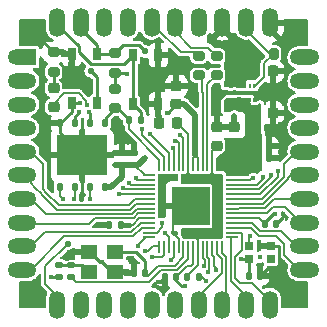
<source format=gbr>
%TF.GenerationSoftware,KiCad,Pcbnew,(5.99.0-13244-g73f40b11ee)*%
%TF.CreationDate,2021-12-16T18:40:10-08:00*%
%TF.ProjectId,MiniMike_RP2040,4d696e69-4d69-46b6-955f-525032303430,rev?*%
%TF.SameCoordinates,Original*%
%TF.FileFunction,Copper,L1,Top*%
%TF.FilePolarity,Positive*%
%FSLAX46Y46*%
G04 Gerber Fmt 4.6, Leading zero omitted, Abs format (unit mm)*
G04 Created by KiCad (PCBNEW (5.99.0-13244-g73f40b11ee)) date 2021-12-16 18:40:10*
%MOMM*%
%LPD*%
G01*
G04 APERTURE LIST*
G04 Aperture macros list*
%AMRoundRect*
0 Rectangle with rounded corners*
0 $1 Rounding radius*
0 $2 $3 $4 $5 $6 $7 $8 $9 X,Y pos of 4 corners*
0 Add a 4 corners polygon primitive as box body*
4,1,4,$2,$3,$4,$5,$6,$7,$8,$9,$2,$3,0*
0 Add four circle primitives for the rounded corners*
1,1,$1+$1,$2,$3*
1,1,$1+$1,$4,$5*
1,1,$1+$1,$6,$7*
1,1,$1+$1,$8,$9*
0 Add four rect primitives between the rounded corners*
20,1,$1+$1,$2,$3,$4,$5,0*
20,1,$1+$1,$4,$5,$6,$7,0*
20,1,$1+$1,$6,$7,$8,$9,0*
20,1,$1+$1,$8,$9,$2,$3,0*%
G04 Aperture macros list end*
%TA.AperFunction,SMDPad,CuDef*%
%ADD10RoundRect,0.140000X0.140000X0.170000X-0.140000X0.170000X-0.140000X-0.170000X0.140000X-0.170000X0*%
%TD*%
%TA.AperFunction,SMDPad,CuDef*%
%ADD11RoundRect,0.225000X-0.225000X-0.250000X0.225000X-0.250000X0.225000X0.250000X-0.225000X0.250000X0*%
%TD*%
%TA.AperFunction,SMDPad,CuDef*%
%ADD12RoundRect,0.140000X-0.140000X-0.170000X0.140000X-0.170000X0.140000X0.170000X-0.140000X0.170000X0*%
%TD*%
%TA.AperFunction,SMDPad,CuDef*%
%ADD13RoundRect,0.200000X0.275000X-0.200000X0.275000X0.200000X-0.275000X0.200000X-0.275000X-0.200000X0*%
%TD*%
%TA.AperFunction,SMDPad,CuDef*%
%ADD14R,0.700000X0.700000*%
%TD*%
%TA.AperFunction,SMDPad,CuDef*%
%ADD15RoundRect,0.125000X-0.125000X0.250000X-0.125000X-0.250000X0.125000X-0.250000X0.125000X0.250000X0*%
%TD*%
%TA.AperFunction,SMDPad,CuDef*%
%ADD16R,4.300000X3.400000*%
%TD*%
%TA.AperFunction,SMDPad,CuDef*%
%ADD17R,0.180000X0.444400*%
%TD*%
%TA.AperFunction,SMDPad,CuDef*%
%ADD18R,1.200000X0.300000*%
%TD*%
%TA.AperFunction,SMDPad,CuDef*%
%ADD19RoundRect,0.140000X-0.170000X0.140000X-0.170000X-0.140000X0.170000X-0.140000X0.170000X0.140000X0*%
%TD*%
%TA.AperFunction,SMDPad,CuDef*%
%ADD20RoundRect,0.218750X-0.256250X0.218750X-0.256250X-0.218750X0.256250X-0.218750X0.256250X0.218750X0*%
%TD*%
%TA.AperFunction,SMDPad,CuDef*%
%ADD21RoundRect,0.200000X-0.275000X0.200000X-0.275000X-0.200000X0.275000X-0.200000X0.275000X0.200000X0*%
%TD*%
%TA.AperFunction,SMDPad,CuDef*%
%ADD22RoundRect,0.225000X0.250000X-0.225000X0.250000X0.225000X-0.250000X0.225000X-0.250000X-0.225000X0*%
%TD*%
%TA.AperFunction,SMDPad,CuDef*%
%ADD23RoundRect,0.225000X0.225000X0.250000X-0.225000X0.250000X-0.225000X-0.250000X0.225000X-0.250000X0*%
%TD*%
%TA.AperFunction,SMDPad,CuDef*%
%ADD24R,0.650000X1.050000*%
%TD*%
%TA.AperFunction,SMDPad,CuDef*%
%ADD25RoundRect,0.140000X0.170000X-0.140000X0.170000X0.140000X-0.170000X0.140000X-0.170000X-0.140000X0*%
%TD*%
%TA.AperFunction,SMDPad,CuDef*%
%ADD26RoundRect,0.225000X-0.250000X0.225000X-0.250000X-0.225000X0.250000X-0.225000X0.250000X0.225000X0*%
%TD*%
%TA.AperFunction,SMDPad,CuDef*%
%ADD27R,1.002800X0.177800*%
%TD*%
%TA.AperFunction,SMDPad,CuDef*%
%ADD28R,0.177800X1.002800*%
%TD*%
%TA.AperFunction,ComponentPad*%
%ADD29C,0.600000*%
%TD*%
%TA.AperFunction,SMDPad,CuDef*%
%ADD30R,3.200400X3.200400*%
%TD*%
%TA.AperFunction,ComponentPad*%
%ADD31R,1.350000X1.350000*%
%TD*%
%TA.AperFunction,SMDPad,CuDef*%
%ADD32R,1.075000X1.350000*%
%TD*%
%TA.AperFunction,ComponentPad*%
%ADD33C,1.350000*%
%TD*%
%TA.AperFunction,SMDPad,CuDef*%
%ADD34R,1.350000X1.075000*%
%TD*%
%TA.AperFunction,SMDPad,CuDef*%
%ADD35RoundRect,0.200000X0.200000X0.275000X-0.200000X0.275000X-0.200000X-0.275000X0.200000X-0.275000X0*%
%TD*%
%TA.AperFunction,SMDPad,CuDef*%
%ADD36RoundRect,0.135000X0.185000X-0.135000X0.185000X0.135000X-0.185000X0.135000X-0.185000X-0.135000X0*%
%TD*%
%TA.AperFunction,SMDPad,CuDef*%
%ADD37R,1.400000X1.200000*%
%TD*%
%TA.AperFunction,SMDPad,CuDef*%
%ADD38RoundRect,0.135000X-0.135000X-0.185000X0.135000X-0.185000X0.135000X0.185000X-0.135000X0.185000X0*%
%TD*%
%TA.AperFunction,ViaPad*%
%ADD39C,0.450000*%
%TD*%
%TA.AperFunction,ViaPad*%
%ADD40C,0.550000*%
%TD*%
%TA.AperFunction,Conductor*%
%ADD41C,0.152400*%
%TD*%
%TA.AperFunction,Conductor*%
%ADD42C,0.254000*%
%TD*%
%TA.AperFunction,Conductor*%
%ADD43C,0.250000*%
%TD*%
%TA.AperFunction,Conductor*%
%ADD44C,0.508000*%
%TD*%
%TA.AperFunction,Conductor*%
%ADD45C,0.381000*%
%TD*%
%TA.AperFunction,Conductor*%
%ADD46C,0.177800*%
%TD*%
%TA.AperFunction,Conductor*%
%ADD47C,0.200000*%
%TD*%
%TA.AperFunction,Conductor*%
%ADD48C,0.228600*%
%TD*%
G04 APERTURE END LIST*
D10*
%TO.P,C14,1*%
%TO.N,GND*%
X147180000Y-118500000D03*
%TO.P,C14,2*%
%TO.N,Net-(C14-Pad2)*%
X146220000Y-118500000D03*
%TD*%
D11*
%TO.P,C1,1*%
%TO.N,+5V*%
X146725000Y-101200000D03*
%TO.P,C1,2*%
%TO.N,GND*%
X148275000Y-101200000D03*
%TD*%
D12*
%TO.P,C6,1*%
%TO.N,GND*%
X139120000Y-118600000D03*
%TO.P,C6,2*%
%TO.N,+3V3*%
X140080000Y-118600000D03*
%TD*%
D13*
%TO.P,R4,1*%
%TO.N,/USB_DI+*%
X142000000Y-101525000D03*
%TO.P,R4,2*%
%TO.N,/USB_D+*%
X142000000Y-99875000D03*
%TD*%
D14*
%TO.P,D2,1,DOUT*%
%TO.N,unconnected-(D2-Pad1)*%
X148115000Y-117050000D03*
%TO.P,D2,2,VSS*%
%TO.N,GND*%
X148115000Y-115950000D03*
%TO.P,D2,3,DIN*%
%TO.N,Net-(D2-Pad3)*%
X146285000Y-115950000D03*
%TO.P,D2,4,VDD*%
%TO.N,Net-(C14-Pad2)*%
X146285000Y-117050000D03*
%TD*%
D13*
%TO.P,R3,1*%
%TO.N,/USB_DI-*%
X143500000Y-101525000D03*
%TO.P,R3,2*%
%TO.N,/USB_D-*%
X143500000Y-99875000D03*
%TD*%
D15*
%TO.P,U3,1,~{CS}*%
%TO.N,/QSPI_SS*%
X134030000Y-105600000D03*
%TO.P,U3,2,DO(IO1)*%
%TO.N,/QSPI_SD1*%
X132760000Y-105600000D03*
%TO.P,U3,3,IO2*%
%TO.N,/QSPI_SD2*%
X131490000Y-105600000D03*
%TO.P,U3,4,GND*%
%TO.N,GND*%
X130220000Y-105600000D03*
%TO.P,U3,5,DI(IO0)*%
%TO.N,/QSPI_SD0*%
X130220000Y-111000000D03*
%TO.P,U3,6,CLK*%
%TO.N,/QSPI_SCLK*%
X131490000Y-111000000D03*
%TO.P,U3,7,IO3*%
%TO.N,/QSPI_SD3*%
X132760000Y-111000000D03*
%TO.P,U3,8,VCC*%
%TO.N,+3V3*%
X134030000Y-111000000D03*
D16*
%TO.P,U3,9,EP*%
%TO.N,GND*%
X132125000Y-108300000D03*
%TD*%
D17*
%TO.P,U1,1,V_{OUT}*%
%TO.N,+3V3*%
X145900012Y-103584197D03*
%TO.P,U1,2,V_{OUT}*%
X146300012Y-103584197D03*
%TO.P,U1,3,GND*%
%TO.N,GND*%
X146706412Y-103584197D03*
%TO.P,U1,4,En*%
%TO.N,/En*%
X146700012Y-102415797D03*
%TO.P,U1,5,NC*%
%TO.N,unconnected-(U1-Pad5)*%
X146300012Y-102415797D03*
%TO.P,U1,6,V_{IN}*%
%TO.N,+5V*%
X145900012Y-102415797D03*
D18*
%TO.P,U1,7,EP*%
%TO.N,GND*%
X146300012Y-102999997D03*
%TD*%
D10*
%TO.P,C13,1*%
%TO.N,GND*%
X141980000Y-118600000D03*
%TO.P,C13,2*%
%TO.N,+1V1*%
X141020000Y-118600000D03*
%TD*%
%TO.P,C5,1*%
%TO.N,GND*%
X147980000Y-108500000D03*
%TO.P,C5,2*%
%TO.N,+3V3*%
X147020000Y-108500000D03*
%TD*%
D19*
%TO.P,C4,1*%
%TO.N,GND*%
X136500000Y-108120000D03*
%TO.P,C4,2*%
%TO.N,+3V3*%
X136500000Y-109080000D03*
%TD*%
D20*
%TO.P,D1,1,K*%
%TO.N,Net-(D1-Pad1)*%
X129700000Y-102612500D03*
%TO.P,D1,2,A*%
%TO.N,Net-(D1-Pad2)*%
X129700000Y-104187500D03*
%TD*%
D21*
%TO.P,R5,1*%
%TO.N,+3V3*%
X134900000Y-102675000D03*
%TO.P,R5,2*%
%TO.N,/QSPI_SS*%
X134900000Y-104325000D03*
%TD*%
D22*
%TO.P,C2,1*%
%TO.N,+3V3*%
X145000000Y-107475000D03*
%TO.P,C2,2*%
%TO.N,GND*%
X145000000Y-105925000D03*
%TD*%
D23*
%TO.P,C3,1*%
%TO.N,GND*%
X148275000Y-104700000D03*
%TO.P,C3,2*%
%TO.N,+3V3*%
X146725000Y-104700000D03*
%TD*%
D24*
%TO.P,SW2,1,1*%
%TO.N,GND*%
X131225000Y-99725000D03*
X131225000Y-103875000D03*
%TO.P,SW2,2,2*%
%TO.N,/RUN*%
X133375000Y-99725000D03*
X133375000Y-103875000D03*
%TD*%
D25*
%TO.P,C15,1*%
%TO.N,+3V3*%
X135500000Y-109080000D03*
%TO.P,C15,2*%
%TO.N,GND*%
X135500000Y-108120000D03*
%TD*%
D26*
%TO.P,C8,1*%
%TO.N,GND*%
X143500000Y-105925000D03*
%TO.P,C8,2*%
%TO.N,+1V1*%
X143500000Y-107475000D03*
%TD*%
D11*
%TO.P,C12,1*%
%TO.N,GND*%
X138625000Y-105600000D03*
%TO.P,C12,2*%
%TO.N,+1V1*%
X140175000Y-105600000D03*
%TD*%
D21*
%TO.P,R6,1*%
%TO.N,/RUN*%
X134900000Y-99675000D03*
%TO.P,R6,2*%
%TO.N,+3V3*%
X134900000Y-101325000D03*
%TD*%
D10*
%TO.P,C10,1*%
%TO.N,GND*%
X148530000Y-114100000D03*
%TO.P,C10,2*%
%TO.N,+3V3*%
X147570000Y-114100000D03*
%TD*%
D27*
%TO.P,U2,1,IOVDD*%
%TO.N,+3V3*%
X137799997Y-109958403D03*
%TO.P,U2,2,GPIO0*%
%TO.N,/GPIO0*%
X137799997Y-110364803D03*
%TO.P,U2,3,GPIO1*%
%TO.N,/GPIO1*%
X137799997Y-110771203D03*
%TO.P,U2,4,GPIO2*%
%TO.N,/GPIO2*%
X137799997Y-111177603D03*
%TO.P,U2,5,GPIO3*%
%TO.N,/GPIO3*%
X137799997Y-111584003D03*
%TO.P,U2,6,GPIO4*%
%TO.N,/GPIO4*%
X137799997Y-111990403D03*
%TO.P,U2,7,GPIO5*%
%TO.N,/GPIO5*%
X137799997Y-112396803D03*
%TO.P,U2,8,GPIO6*%
%TO.N,/GPIO6*%
X137799997Y-112803203D03*
%TO.P,U2,9,GPIO7*%
%TO.N,/GPIO7*%
X137799997Y-113209603D03*
%TO.P,U2,10,IOVDD*%
%TO.N,+3V3*%
X137799997Y-113616003D03*
%TO.P,U2,11,GPIO8*%
%TO.N,/GPIO8*%
X137799997Y-114022403D03*
%TO.P,U2,12,GPIO9*%
%TO.N,/GPIO9*%
X137799997Y-114428803D03*
%TO.P,U2,13,GPIO10*%
%TO.N,/GPIO10*%
X137799997Y-114835203D03*
%TO.P,U2,14,GPIO11*%
%TO.N,/GPIO11*%
X137799997Y-115241603D03*
D28*
%TO.P,U2,15,GPIO12*%
%TO.N,/GPIO12*%
X138658397Y-116100003D03*
%TO.P,U2,16,GPIO13*%
%TO.N,/GPIO13*%
X139064797Y-116100003D03*
%TO.P,U2,17,GPIO14*%
%TO.N,/GPIO14*%
X139471197Y-116100003D03*
%TO.P,U2,18,GPIO15*%
%TO.N,/GPIO15*%
X139877597Y-116100003D03*
%TO.P,U2,19,TESTEN*%
%TO.N,GND*%
X140283997Y-116100003D03*
%TO.P,U2,20,XIN*%
%TO.N,/XIN*%
X140690397Y-116100003D03*
%TO.P,U2,21,XOUT*%
%TO.N,/XOUT*%
X141096797Y-116100003D03*
%TO.P,U2,22,IOVDD*%
%TO.N,+3V3*%
X141503197Y-116100003D03*
%TO.P,U2,23,DVDD*%
%TO.N,+1V1*%
X141909597Y-116100003D03*
%TO.P,U2,24,SWCLK*%
%TO.N,/SWCLK*%
X142315997Y-116100003D03*
%TO.P,U2,25,SWDIO*%
%TO.N,/SWDIO*%
X142722397Y-116100003D03*
%TO.P,U2,26,RUN*%
%TO.N,/RUN*%
X143128797Y-116100003D03*
%TO.P,U2,27,GPIO16*%
%TO.N,/GPIO16*%
X143535197Y-116100003D03*
%TO.P,U2,28,GPIO17*%
%TO.N,/GPIO17*%
X143941597Y-116100003D03*
D27*
%TO.P,U2,29,GPIO18*%
%TO.N,/GPIO18*%
X144799997Y-115241603D03*
%TO.P,U2,30,GPIO19*%
%TO.N,/GPIO19*%
X144799997Y-114835203D03*
%TO.P,U2,31,GPIO20*%
%TO.N,/GPIO20*%
X144799997Y-114428803D03*
%TO.P,U2,32,GPIO21*%
%TO.N,/GPIO21*%
X144799997Y-114022403D03*
%TO.P,U2,33,IOVDD*%
%TO.N,+3V3*%
X144799997Y-113616003D03*
%TO.P,U2,34,GPIO22*%
%TO.N,/GPIO22*%
X144799997Y-113209603D03*
%TO.P,U2,35,GPIO23*%
%TO.N,/GPIO23*%
X144799997Y-112803203D03*
%TO.P,U2,36,GPIO24*%
%TO.N,/GPIO24*%
X144799997Y-112396803D03*
%TO.P,U2,37,GPIO25*%
%TO.N,/GPIO25*%
X144799997Y-111990403D03*
%TO.P,U2,38,GPIO26/ADC0*%
%TO.N,/GPIO26_ADC0*%
X144799997Y-111584003D03*
%TO.P,U2,39,GPIO27/ADC1*%
%TO.N,/GPIO27_ADC1*%
X144799997Y-111177603D03*
%TO.P,U2,40,GPIO28/ADC2*%
%TO.N,/GPIO28_ADC2*%
X144799997Y-110771203D03*
%TO.P,U2,41,GPIO29/ADC3*%
%TO.N,/GPIO29_ADC3*%
X144799997Y-110364803D03*
%TO.P,U2,42,IOVDD*%
%TO.N,+3V3*%
X144799998Y-109958403D03*
D28*
%TO.P,U2,43,ADC_AVDD*%
X143941597Y-109100002D03*
%TO.P,U2,44,VREG_VIN*%
X143535197Y-109100003D03*
%TO.P,U2,45,VREG_VOUT*%
%TO.N,+1V1*%
X143128797Y-109100003D03*
%TO.P,U2,46,USB_DM*%
%TO.N,/USB_DI-*%
X142722397Y-109100003D03*
%TO.P,U2,47,USB_DP*%
%TO.N,/USB_DI+*%
X142315997Y-109100003D03*
%TO.P,U2,48,USB_VDD*%
%TO.N,+3V3*%
X141909597Y-109100003D03*
%TO.P,U2,49,IOVDD*%
X141503197Y-109100003D03*
%TO.P,U2,50,DVDD*%
%TO.N,+1V1*%
X141096797Y-109100003D03*
%TO.P,U2,51,QSPI_SD3*%
%TO.N,/QSPI_SD3*%
X140690397Y-109100003D03*
%TO.P,U2,52,QSPI_SCLK*%
%TO.N,/QSPI_SCLK*%
X140283997Y-109100003D03*
%TO.P,U2,53,QSPI_SD0*%
%TO.N,/QSPI_SD0*%
X139877597Y-109100003D03*
%TO.P,U2,54,QSPI_SD2*%
%TO.N,/QSPI_SD2*%
X139471197Y-109100003D03*
%TO.P,U2,55,QSPI_SD1*%
%TO.N,/QSPI_SD1*%
X139064797Y-109100003D03*
%TO.P,U2,56,QSPI_SS_N*%
%TO.N,/QSPI_SS*%
X138658397Y-109100003D03*
D29*
%TO.P,U2,57,GND*%
%TO.N,GND*%
X141299997Y-112600003D03*
D30*
X141299997Y-112600003D03*
%TD*%
D31*
%TO.P,PADS1,1*%
%TO.N,/GPIO0*%
X127575000Y-100000000D03*
D32*
X127075000Y-100000000D03*
D33*
X126500000Y-100000000D03*
D32*
%TO.P,PADS1,2*%
%TO.N,/GPIO1*%
X127075000Y-102000000D03*
D33*
X127575000Y-102000000D03*
X126500000Y-102000000D03*
%TO.P,PADS1,3*%
%TO.N,/GPIO2*%
X126500000Y-104000000D03*
D32*
X127075000Y-104000000D03*
D33*
X127575000Y-104000000D03*
%TO.P,PADS1,4*%
%TO.N,/GPIO3*%
X127575000Y-106000000D03*
D32*
X127075000Y-106000000D03*
D33*
X126500000Y-106000000D03*
%TO.P,PADS1,5*%
%TO.N,/GPIO4*%
X127575000Y-108000000D03*
X126500000Y-108000000D03*
D32*
X127075000Y-108000000D03*
%TO.P,PADS1,6*%
%TO.N,/GPIO5*%
X127075000Y-110000000D03*
D33*
X126500000Y-110000000D03*
X127575000Y-110000000D03*
%TO.P,PADS1,7*%
%TO.N,/GPIO6*%
X127575000Y-112000000D03*
X126500000Y-112000000D03*
D32*
X127075000Y-112000000D03*
%TO.P,PADS1,8*%
%TO.N,/GPIO7*%
X127075000Y-114000000D03*
D33*
X126500000Y-114000000D03*
X127575000Y-114000000D03*
%TO.P,PADS1,9*%
%TO.N,/GPIO8*%
X127575000Y-116000000D03*
X126500000Y-116000000D03*
D32*
X127075000Y-116000000D03*
D33*
%TO.P,PADS1,10*%
%TO.N,/GPIO9*%
X127575000Y-118000000D03*
X126500000Y-118000000D03*
D32*
X127075000Y-118000000D03*
D33*
%TO.P,PADS1,11*%
%TO.N,/GPIO10*%
X130000000Y-120425000D03*
D34*
X130000000Y-120825000D03*
D33*
X130000000Y-121500000D03*
D34*
%TO.P,PADS1,12*%
%TO.N,/GPIO11*%
X132000000Y-120825000D03*
D33*
X132000000Y-120425000D03*
X132000000Y-121500000D03*
D34*
%TO.P,PADS1,13*%
%TO.N,/GPIO12*%
X134000000Y-120825000D03*
D33*
X134000000Y-120425000D03*
X134000000Y-121500000D03*
D34*
%TO.P,PADS1,14*%
%TO.N,/GPIO13*%
X136000000Y-120825000D03*
D33*
X136000000Y-120425000D03*
X136000000Y-121500000D03*
%TO.P,PADS1,15*%
%TO.N,/GPIO14*%
X138000000Y-120425000D03*
D34*
X138000000Y-120825000D03*
D33*
X138000000Y-121500000D03*
%TO.P,PADS1,16*%
%TO.N,/GPIO15*%
X140000000Y-121500000D03*
D34*
X140000000Y-120825000D03*
D33*
X140000000Y-120425000D03*
%TO.P,PADS1,17*%
%TO.N,/GPIO16*%
X142000000Y-121500000D03*
X142000000Y-120425000D03*
D34*
X142000000Y-120825000D03*
D33*
%TO.P,PADS1,18*%
%TO.N,/GPIO17*%
X144000000Y-120425000D03*
X144000000Y-121500000D03*
D34*
X144000000Y-120825000D03*
%TO.P,PADS1,19*%
%TO.N,/GPIO18*%
X146000000Y-120825000D03*
D33*
X146000000Y-120425000D03*
X146000000Y-121500000D03*
%TO.P,PADS1,20*%
%TO.N,/GPIO19*%
X148000000Y-121500000D03*
D34*
X148000000Y-120825000D03*
D33*
X148000000Y-120425000D03*
%TO.P,PADS1,21*%
%TO.N,/GPIO20*%
X150425000Y-118000000D03*
D32*
X151000000Y-118000000D03*
D33*
X151500000Y-118000000D03*
%TO.P,PADS1,22*%
%TO.N,/GPIO21*%
X150425000Y-116000000D03*
X151500000Y-116000000D03*
D32*
X151000000Y-116000000D03*
D33*
%TO.P,PADS1,23*%
%TO.N,/GPIO22*%
X150425000Y-114000000D03*
D32*
X151000000Y-114000000D03*
D33*
X151500000Y-114000000D03*
%TO.P,PADS1,24*%
%TO.N,/GPIO23*%
X150425000Y-112000000D03*
D32*
X151000000Y-112000000D03*
D33*
X151500000Y-112000000D03*
%TO.P,PADS1,25*%
%TO.N,/GPIO24*%
X150425000Y-110000000D03*
D32*
X151000000Y-110000000D03*
D33*
X151500000Y-110000000D03*
%TO.P,PADS1,26*%
%TO.N,/GPIO25*%
X150425000Y-108000000D03*
X151500000Y-108000000D03*
D32*
X151000000Y-108000000D03*
D33*
%TO.P,PADS1,27*%
%TO.N,/GPIO26_ADC0*%
X151500000Y-106000000D03*
D32*
X151000000Y-106000000D03*
D33*
X150425000Y-106000000D03*
%TO.P,PADS1,28*%
%TO.N,/GPIO27_ADC1*%
X150425000Y-104000000D03*
X151500000Y-104000000D03*
D32*
X151000000Y-104000000D03*
D33*
%TO.P,PADS1,29*%
%TO.N,/GPIO28_ADC2*%
X150425000Y-102000000D03*
X151500000Y-102000000D03*
D32*
X151000000Y-102000000D03*
D33*
%TO.P,PADS1,30*%
%TO.N,/GPIO29_ADC3*%
X151500000Y-100000000D03*
X150425000Y-100000000D03*
D32*
X150962500Y-100000000D03*
D33*
%TO.P,PADS1,31*%
%TO.N,GND*%
X148000000Y-96500000D03*
X148000000Y-97575000D03*
D34*
X148000000Y-97075000D03*
D33*
%TO.P,PADS1,32*%
%TO.N,/En*%
X146000000Y-97575000D03*
D34*
X146000000Y-97075000D03*
D33*
X146000000Y-96500000D03*
%TO.P,PADS1,33*%
%TO.N,+5V*%
X144000000Y-96500000D03*
D34*
X144000000Y-97075000D03*
D33*
X144000000Y-97575000D03*
%TO.P,PADS1,34*%
%TO.N,+3V3*%
X142000000Y-96500000D03*
X142000000Y-97575000D03*
D34*
X142000000Y-97075000D03*
D33*
%TO.P,PADS1,35*%
%TO.N,/USB_D-*%
X140000000Y-97575000D03*
X140000000Y-96500000D03*
D34*
X140000000Y-97075000D03*
D33*
%TO.P,PADS1,36*%
%TO.N,/USB_D+*%
X138000000Y-97575000D03*
X138000000Y-96500000D03*
D34*
X138000000Y-97075000D03*
D33*
%TO.P,PADS1,37*%
%TO.N,/SWDIO*%
X136000000Y-96500000D03*
X136000000Y-97575000D03*
D34*
X136000000Y-97075000D03*
%TO.P,PADS1,38*%
%TO.N,/SWCLK*%
X134000000Y-97075000D03*
D33*
X134000000Y-97575000D03*
X134000000Y-96500000D03*
D34*
%TO.P,PADS1,39*%
%TO.N,/RUN*%
X132000000Y-97075000D03*
D33*
X132000000Y-97575000D03*
X132000000Y-96500000D03*
%TO.P,PADS1,40*%
%TO.N,/BOOTSEL*%
X130000000Y-97575000D03*
D34*
X130000000Y-97075000D03*
D33*
X130000000Y-96500000D03*
%TD*%
D26*
%TO.P,C7,1*%
%TO.N,GND*%
X140100000Y-102425000D03*
%TO.P,C7,2*%
%TO.N,+3V3*%
X140100000Y-103975000D03*
%TD*%
D25*
%TO.P,C17,1*%
%TO.N,GND*%
X130200000Y-118580000D03*
%TO.P,C17,2*%
%TO.N,Net-(C17-Pad2)*%
X130200000Y-117620000D03*
%TD*%
D12*
%TO.P,C11,1*%
%TO.N,GND*%
X134420000Y-114200000D03*
%TO.P,C11,2*%
%TO.N,+3V3*%
X135380000Y-114200000D03*
%TD*%
D35*
%TO.P,R1,1*%
%TO.N,/En*%
X148325000Y-99700000D03*
%TO.P,R1,2*%
%TO.N,+5V*%
X146675000Y-99700000D03*
%TD*%
D10*
%TO.P,C9,1*%
%TO.N,GND*%
X147980000Y-107500000D03*
%TO.P,C9,2*%
%TO.N,+3V3*%
X147020000Y-107500000D03*
%TD*%
D36*
%TO.P,R8,1*%
%TO.N,/XOUT*%
X131200000Y-118610000D03*
%TO.P,R8,2*%
%TO.N,Net-(C17-Pad2)*%
X131200000Y-117590000D03*
%TD*%
D37*
%TO.P,Y1,1,1*%
%TO.N,/XIN*%
X134900000Y-116450000D03*
%TO.P,Y1,2,2*%
%TO.N,GND*%
X132700000Y-116450000D03*
%TO.P,Y1,3,3*%
%TO.N,Net-(C17-Pad2)*%
X132700000Y-118150000D03*
%TO.P,Y1,4,4*%
%TO.N,GND*%
X134900000Y-118150000D03*
%TD*%
D24*
%TO.P,SW1,1,1*%
%TO.N,GND*%
X138575000Y-103975000D03*
X138575000Y-99825000D03*
%TO.P,SW1,2,2*%
%TO.N,/BOOTSEL*%
X136425000Y-99825000D03*
X136425000Y-103975000D03*
%TD*%
D38*
%TO.P,R7,1*%
%TO.N,/QSPI_SS*%
X136090000Y-105300000D03*
%TO.P,R7,2*%
%TO.N,/BOOTSEL*%
X137110000Y-105300000D03*
%TD*%
D21*
%TO.P,R2,1*%
%TO.N,GND*%
X129700000Y-99575000D03*
%TO.P,R2,2*%
%TO.N,Net-(D1-Pad1)*%
X129700000Y-101225000D03*
%TD*%
D10*
%TO.P,C16,1*%
%TO.N,/XIN*%
X137480000Y-118300000D03*
%TO.P,C16,2*%
%TO.N,GND*%
X136520000Y-118300000D03*
%TD*%
D39*
%TO.N,GND*%
X137350000Y-103650000D03*
X147400000Y-103200000D03*
X135500000Y-107400000D03*
X136300000Y-117100000D03*
X132125000Y-108300000D03*
X133700000Y-114200000D03*
X128750000Y-97550000D03*
X150750000Y-97850000D03*
X135050000Y-105500000D03*
X145000000Y-105000000D03*
X142600000Y-118900000D03*
X148850000Y-105650000D03*
X131150000Y-116750000D03*
X137350000Y-102900000D03*
X133800000Y-117300000D03*
X148000000Y-103200000D03*
X139327000Y-112629000D03*
X148000000Y-102600000D03*
X143500000Y-104300000D03*
X129500700Y-118580000D03*
X129092265Y-105233737D03*
X140100000Y-100750000D03*
X138513029Y-119013029D03*
X144400000Y-103000000D03*
X137700000Y-101450000D03*
X149200000Y-107100000D03*
X143510023Y-103710023D03*
X129116200Y-108300000D03*
X149095951Y-117304049D03*
X148700000Y-102600000D03*
X148300000Y-117900000D03*
X131200000Y-101200000D03*
X149104478Y-113246744D03*
X131925000Y-103875000D03*
X136500000Y-107400000D03*
X143500000Y-104900000D03*
X145000000Y-103000000D03*
X127262000Y-119360000D03*
%TO.N,+3V3*%
X144400000Y-103700000D03*
X140800000Y-119400000D03*
X145000000Y-104300000D03*
X136100000Y-114200000D03*
X148455291Y-113266979D03*
X144400000Y-104300000D03*
X137400000Y-108500000D03*
X147200000Y-116900000D03*
X139300000Y-104700000D03*
X145000000Y-103700000D03*
X134920000Y-109080000D03*
X135900000Y-101400000D03*
%TO.N,Net-(C14-Pad2)*%
X145570514Y-117100000D03*
%TO.N,Net-(D1-Pad2)*%
X132559678Y-104012974D03*
%TO.N,Net-(D2-Pad3)*%
X146300000Y-115100000D03*
%TO.N,/GPIO10*%
X138900000Y-114050000D03*
D40*
X130900000Y-115800000D03*
D39*
%TO.N,/GPIO26_ADC0*%
X148699300Y-109600000D03*
%TO.N,/GPIO11*%
X136867247Y-115943091D03*
%TO.N,/GPIO12*%
X137400000Y-116400000D03*
%TO.N,/GPIO13*%
X138000000Y-116900700D03*
%TO.N,/GPIO14*%
X139122579Y-114861652D03*
%TO.N,/GPIO15*%
X139616040Y-117147380D03*
%TO.N,/SWCLK*%
X142399300Y-117700000D03*
%TO.N,/SWDIO*%
X142816820Y-118197522D03*
D40*
%TO.N,/RUN*%
X132847185Y-101167143D03*
D39*
X143435560Y-118000000D03*
D40*
X137466578Y-99503422D03*
D39*
%TO.N,/QSPI_SD3*%
X140432416Y-106565514D03*
X132760000Y-112000000D03*
%TO.N,/QSPI_SCLK*%
X131400000Y-112000000D03*
X139974493Y-107066214D03*
%TO.N,/QSPI_SD0*%
X139783482Y-107699015D03*
X130500000Y-112000000D03*
%TO.N,/QSPI_SD2*%
X131881480Y-104665184D03*
X137904600Y-106482200D03*
%TO.N,/QSPI_SD1*%
X132718520Y-104665184D03*
X137200000Y-106100000D03*
%TO.N,/GPIO2*%
X135606088Y-111083300D03*
%TO.N,/GPIO3*%
X135200000Y-111599300D03*
%TO.N,/GPIO27_ADC1*%
X148138519Y-109927686D03*
%TO.N,/GPIO28_ADC2*%
X147403777Y-110103777D03*
%TO.N,/GPIO0*%
X136643491Y-110257800D03*
%TO.N,/GPIO1*%
X136122034Y-110664200D03*
%TO.N,/GPIO29_ADC3*%
X146600000Y-110257800D03*
%TD*%
D41*
%TO.N,+1V1*%
X141909600Y-117590400D02*
X141909600Y-116003600D01*
X141020000Y-118480000D02*
X141909600Y-117590400D01*
X143128800Y-107846200D02*
X143500000Y-107475000D01*
X141096800Y-110096800D02*
X141300000Y-110300000D01*
X141096800Y-106521800D02*
X141096800Y-109196400D01*
X141909600Y-116003600D02*
X141909600Y-114909600D01*
X140175000Y-105600000D02*
X141096800Y-106521800D01*
X143128800Y-109971200D02*
X143128800Y-107846200D01*
X141096800Y-109196400D02*
X141096800Y-110096800D01*
D42*
%TO.N,GND*%
X148797280Y-115997280D02*
X148750000Y-115950000D01*
D43*
X128750000Y-97550000D02*
X128750000Y-98625000D01*
D42*
X148797280Y-117136812D02*
X148797280Y-115997280D01*
X138513029Y-119013029D02*
X138706971Y-119013029D01*
X149095951Y-117304049D02*
X148964517Y-117304049D01*
X129458528Y-105600000D02*
X129092265Y-105233737D01*
X132125000Y-108300000D02*
X129116200Y-108300000D01*
D43*
X128750000Y-98625000D02*
X129700000Y-99575000D01*
D42*
X134650000Y-118150000D02*
X133800000Y-117300000D01*
X130220000Y-105600000D02*
X130220000Y-106395000D01*
D44*
X143500000Y-105925000D02*
X143500000Y-104900000D01*
D42*
X148750000Y-115950000D02*
X148115000Y-115950000D01*
X131225000Y-104595000D02*
X131225000Y-103875000D01*
D44*
X131225000Y-99725000D02*
X131200000Y-101200000D01*
D42*
X149104478Y-113246744D02*
X149104478Y-113525522D01*
X149104478Y-113525522D02*
X148530000Y-114100000D01*
D44*
X136500000Y-108120000D02*
X136500000Y-107400000D01*
D41*
X139835000Y-114914278D02*
X139835000Y-114065000D01*
X142300000Y-118600000D02*
X142600000Y-118900000D01*
D42*
X136520000Y-118300000D02*
X136520000Y-117320000D01*
X145000000Y-103000000D02*
X144400000Y-103000000D01*
X146300000Y-103000000D02*
X145000000Y-103000000D01*
X131450000Y-116450000D02*
X132700000Y-116450000D01*
X133650000Y-117300000D02*
X133800000Y-117300000D01*
D45*
X134420000Y-114200000D02*
X133700000Y-114200000D01*
D42*
X148275000Y-101818022D02*
X148275000Y-101200000D01*
D44*
X145000000Y-105925000D02*
X145000000Y-105000000D01*
D42*
X131150000Y-116750000D02*
X131450000Y-116450000D01*
D44*
X135500000Y-108120000D02*
X135500000Y-107400000D01*
D42*
X136520000Y-117320000D02*
X136300000Y-117100000D01*
X136520000Y-118300000D02*
X135050000Y-118300000D01*
X131225000Y-103875000D02*
X131925000Y-103875000D01*
X132800000Y-116450000D02*
X133650000Y-117300000D01*
D41*
X141980000Y-118600000D02*
X142300000Y-118600000D01*
X140284000Y-115363278D02*
X139835000Y-114914278D01*
D42*
X143500000Y-104300000D02*
X143500000Y-104900000D01*
X144400000Y-103000000D02*
X144220045Y-103000000D01*
X144220045Y-103000000D02*
X143510023Y-103710023D01*
X143510023Y-103710023D02*
X143500000Y-103720045D01*
X143500000Y-103720045D02*
X143500000Y-104300000D01*
X130200000Y-118580000D02*
X129500700Y-118580000D01*
X138706971Y-119013029D02*
X139120000Y-118600000D01*
X130220000Y-106395000D02*
X132125000Y-108300000D01*
X147780000Y-117900000D02*
X147180000Y-118500000D01*
X129700000Y-99575000D02*
X131075000Y-99575000D01*
X130220000Y-105600000D02*
X131225000Y-104595000D01*
X130220000Y-105600000D02*
X129458528Y-105600000D01*
D41*
X140284000Y-116003600D02*
X140284000Y-115363278D01*
D42*
X148964517Y-117304049D02*
X148797280Y-117136812D01*
X148300000Y-117900000D02*
X147780000Y-117900000D01*
D41*
%TO.N,+3V3*%
X140080000Y-118600000D02*
X140980000Y-117700000D01*
D44*
X135500000Y-109080000D02*
X135500000Y-110100000D01*
X135500000Y-110100000D02*
X134600000Y-111000000D01*
D41*
X136391280Y-114200000D02*
X136975280Y-113616000D01*
D42*
X135825000Y-101325000D02*
X134900000Y-101325000D01*
D45*
X135380000Y-114200000D02*
X136100000Y-114200000D01*
D44*
X135500000Y-109080000D02*
X134920000Y-109080000D01*
D42*
X134900000Y-101325000D02*
X134900000Y-102675000D01*
D41*
X136500000Y-109100000D02*
X137400180Y-110000180D01*
D42*
X139300000Y-104700000D02*
X139375000Y-104700000D01*
D41*
X141909600Y-108509600D02*
X141700000Y-108300000D01*
X141302310Y-117700000D02*
X141503200Y-117499110D01*
X136100000Y-114200000D02*
X136391280Y-114200000D01*
D42*
X148316725Y-113266979D02*
X147720000Y-113863704D01*
D41*
X140980000Y-117700000D02*
X141302310Y-117700000D01*
D42*
X140080000Y-118909999D02*
X140570001Y-119400000D01*
D41*
X141909600Y-109196400D02*
X141909600Y-108509600D01*
X141503200Y-109196400D02*
X141503200Y-108496800D01*
X147620000Y-114100000D02*
X147136000Y-113616000D01*
D44*
X141700000Y-104900000D02*
X140775000Y-103975000D01*
D41*
X141503200Y-108496800D02*
X141700000Y-108300000D01*
D44*
X135500000Y-109080000D02*
X136500000Y-109080000D01*
D41*
X147136000Y-113616000D02*
X144703600Y-113616000D01*
D42*
X148455291Y-113266979D02*
X148316725Y-113266979D01*
D44*
X141700000Y-108300000D02*
X141700000Y-104900000D01*
D41*
X136975280Y-113616000D02*
X137896400Y-113616000D01*
D44*
X140775000Y-103975000D02*
X140100000Y-103975000D01*
D42*
X140080000Y-118600000D02*
X140080000Y-118909999D01*
D41*
X137400180Y-110000180D02*
X137854620Y-110000180D01*
X141503200Y-117499110D02*
X141503200Y-116003600D01*
X148453021Y-113266979D02*
X147620000Y-114100000D01*
D44*
X136500000Y-109080000D02*
X136820000Y-109080000D01*
X134600000Y-111000000D02*
X134030000Y-111000000D01*
X136820000Y-109080000D02*
X137400000Y-108500000D01*
D41*
X148455291Y-113266979D02*
X148453021Y-113266979D01*
D42*
X135900000Y-101400000D02*
X135825000Y-101325000D01*
X139375000Y-104700000D02*
X140100000Y-103975000D01*
X140570001Y-119400000D02*
X140800000Y-119400000D01*
D41*
%TO.N,/XIN*%
X139953075Y-117648080D02*
X138551920Y-117648080D01*
X138551920Y-117648080D02*
X137700000Y-118500000D01*
D42*
X137480000Y-117280000D02*
X137480000Y-118300000D01*
X136650000Y-116450000D02*
X137480000Y-117280000D01*
D41*
X140690400Y-116910755D02*
X139953075Y-117648080D01*
D42*
X134900000Y-116450000D02*
X136650000Y-116450000D01*
D41*
X140690400Y-116003600D02*
X140690400Y-116910755D01*
X137700000Y-118500000D02*
X137400000Y-118500000D01*
D42*
%TO.N,Net-(C14-Pad2)*%
X145570514Y-117100000D02*
X145620514Y-117050000D01*
X146220000Y-118500000D02*
X146220000Y-117115000D01*
X145620514Y-117050000D02*
X146285000Y-117050000D01*
D46*
%TO.N,Net-(D1-Pad2)*%
X132438411Y-104087663D02*
X132438411Y-103661589D01*
X131838411Y-103061589D02*
X130611589Y-103061589D01*
X132484989Y-104087663D02*
X132438411Y-104087663D01*
X132559678Y-104012974D02*
X132484989Y-104087663D01*
X130611589Y-103061589D02*
X129700000Y-103973178D01*
X132438411Y-103661589D02*
X131838411Y-103061589D01*
D41*
%TO.N,Net-(D2-Pad3)*%
X146300000Y-115100000D02*
X146285000Y-115115000D01*
X146285000Y-115115000D02*
X146285000Y-115950000D01*
%TO.N,/GPIO20*%
X148500000Y-115100000D02*
X149200000Y-115800000D01*
X149200000Y-115800000D02*
X149200000Y-116700000D01*
X147088902Y-115100000D02*
X148500000Y-115100000D01*
X144703600Y-114428800D02*
X146417702Y-114428800D01*
X146417702Y-114428800D02*
X147088902Y-115100000D01*
X149200000Y-116700000D02*
X150230000Y-117730000D01*
D47*
%TO.N,/USB_D-*%
X141367480Y-99175480D02*
X140000000Y-97808000D01*
X143500000Y-99875000D02*
X142800480Y-99175480D01*
X142800480Y-99175480D02*
X141367480Y-99175480D01*
%TO.N,/USB_D+*%
X141700000Y-99575000D02*
X140497000Y-99575000D01*
X140497000Y-99575000D02*
X138497000Y-97575000D01*
X142000000Y-99875000D02*
X141700000Y-99575000D01*
D41*
%TO.N,/GPIO4*%
X137896400Y-111990400D02*
X136610120Y-111990400D01*
X129072631Y-111460432D02*
X128800000Y-111187801D01*
X136610120Y-111990400D02*
X136056280Y-112544240D01*
X128800000Y-111187801D02*
X128800000Y-109000000D01*
X129072631Y-111482441D02*
X129072631Y-111460432D01*
X130134430Y-112544240D02*
X129072631Y-111482441D01*
X136056280Y-112544240D02*
X130134430Y-112544240D01*
X128800000Y-109000000D02*
X127800000Y-108000000D01*
%TO.N,/GPIO5*%
X128720711Y-111606202D02*
X128720711Y-111628211D01*
X127770000Y-110000000D02*
X127770000Y-110677500D01*
X128163798Y-111049289D02*
X128720711Y-111606202D01*
X136202050Y-112896160D02*
X136701410Y-112396800D01*
X128720711Y-111628211D02*
X129988660Y-112896160D01*
X129988660Y-112896160D02*
X136202050Y-112896160D01*
X136701410Y-112396800D02*
X137896400Y-112396800D01*
X128141789Y-111049289D02*
X128163798Y-111049289D01*
X127770000Y-110677500D02*
X128141789Y-111049289D01*
%TO.N,/GPIO6*%
X137896400Y-112803200D02*
X136792700Y-112803200D01*
X129018080Y-113248080D02*
X127770000Y-112000000D01*
X136347820Y-113248080D02*
X129018080Y-113248080D01*
X136792700Y-112803200D02*
X136347820Y-113248080D01*
%TO.N,/GPIO7*%
X133200000Y-113600000D02*
X132700000Y-114100000D01*
X136883990Y-113209600D02*
X136493590Y-113600000D01*
X137896400Y-113209600D02*
X136883990Y-113209600D01*
X132700000Y-114100000D02*
X127870000Y-114100000D01*
X136493590Y-113600000D02*
X133200000Y-113600000D01*
%TO.N,/GPIO8*%
X136292810Y-114796160D02*
X128973840Y-114796160D01*
X137896400Y-114022400D02*
X137066570Y-114022400D01*
X137066570Y-114022400D02*
X136292810Y-114796160D01*
X128973840Y-114796160D02*
X127770000Y-116000000D01*
%TO.N,/GPIO9*%
X137896400Y-114428800D02*
X137157860Y-114428800D01*
X130621920Y-115148080D02*
X127770000Y-118000000D01*
X136438580Y-115148080D02*
X130621920Y-115148080D01*
X137157860Y-114428800D02*
X136438580Y-115148080D01*
%TO.N,/GPIO10*%
X129000000Y-119230000D02*
X130000000Y-120230000D01*
X129000000Y-117700000D02*
X129000000Y-119230000D01*
X138440915Y-114835203D02*
X137799997Y-114835203D01*
X130900000Y-115800000D02*
X129000000Y-117700000D01*
X138900000Y-114050000D02*
X138900000Y-114376118D01*
X138900000Y-114376118D02*
X138440915Y-114835203D01*
D46*
%TO.N,/GPIO18*%
X144703600Y-118933600D02*
X146000000Y-120230000D01*
X144703600Y-115241600D02*
X144703600Y-118933600D01*
D41*
%TO.N,/GPIO19*%
X144703600Y-114835200D02*
X145535316Y-114835200D01*
X145069803Y-116892598D02*
X145069803Y-118669803D01*
X145500000Y-119100000D02*
X146470000Y-119100000D01*
X145363112Y-116599289D02*
X145069803Y-116892598D01*
X145069803Y-118669803D02*
X145500000Y-119100000D01*
X145659289Y-114959173D02*
X145659289Y-116340711D01*
X145400711Y-116599289D02*
X145363112Y-116599289D01*
X146470000Y-119100000D02*
X147600000Y-120230000D01*
X145535316Y-114835200D02*
X145659289Y-114959173D01*
X145659289Y-116340711D02*
X145400711Y-116599289D01*
%TO.N,/GPIO21*%
X147186592Y-114700000D02*
X148930000Y-114700000D01*
X148930000Y-114700000D02*
X150230000Y-116000000D01*
X144703600Y-114022400D02*
X146508992Y-114022400D01*
X146508992Y-114022400D02*
X147186592Y-114700000D01*
D46*
%TO.N,/GPIO22*%
X148297924Y-112698288D02*
X149298288Y-112698288D01*
X144703600Y-113209600D02*
X147786612Y-113209600D01*
X149298288Y-112698288D02*
X150230000Y-113630000D01*
X147786612Y-113209600D02*
X148297924Y-112698288D01*
%TO.N,/GPIO23*%
X148328990Y-112000000D02*
X150230000Y-112000000D01*
X144703600Y-112803200D02*
X145356631Y-112803200D01*
X145398411Y-112761420D02*
X147567570Y-112761420D01*
X147567570Y-112761420D02*
X148328990Y-112000000D01*
X145356631Y-112803200D02*
X145398411Y-112761420D01*
%TO.N,/GPIO26_ADC0*%
X148699300Y-109600000D02*
X148699300Y-110100700D01*
X148699300Y-110100700D02*
X147216000Y-111584000D01*
X147216000Y-111584000D02*
X144703600Y-111584000D01*
%TO.N,/GPIO11*%
X136867247Y-115932753D02*
X137558400Y-115241600D01*
X137558400Y-115241600D02*
X137896400Y-115241600D01*
X136867247Y-115943091D02*
X136867247Y-115932753D01*
D41*
%TO.N,/GPIO12*%
X137700000Y-116400000D02*
X138096400Y-116003600D01*
X138096400Y-116003600D02*
X138658400Y-116003600D01*
X137400000Y-116400000D02*
X137700000Y-116400000D01*
%TO.N,/GPIO13*%
X139064800Y-116701467D02*
X139064800Y-116003600D01*
X138000000Y-116900700D02*
X138865567Y-116900700D01*
X138865567Y-116900700D02*
X139064800Y-116701467D01*
%TO.N,/GPIO14*%
X139471200Y-115210273D02*
X139471200Y-116003600D01*
X139122579Y-114861652D02*
X139471200Y-115210273D01*
%TO.N,/GPIO15*%
X139616040Y-117147380D02*
X139877600Y-116885820D01*
X139877600Y-116885820D02*
X139877600Y-116003600D01*
%TO.N,/SWCLK*%
X142399300Y-117700000D02*
X142500000Y-117599300D01*
X142500000Y-117144641D02*
X142316000Y-116960641D01*
X142316000Y-116960641D02*
X142316000Y-116003600D01*
X142500000Y-117599300D02*
X142500000Y-117144641D01*
%TO.N,/SWDIO*%
X142722400Y-116869351D02*
X142722400Y-116003600D01*
X142900000Y-118114342D02*
X142900000Y-117046951D01*
X142900000Y-117046951D02*
X142722400Y-116869351D01*
X142816820Y-118197522D02*
X142900000Y-118114342D01*
D48*
%TO.N,/RUN*%
X132000000Y-97575000D02*
X133375000Y-98950000D01*
X136949345Y-98986189D02*
X137466578Y-99503422D01*
D41*
X143435560Y-117861370D02*
X143251920Y-117677730D01*
X143435560Y-118000000D02*
X143435560Y-117861370D01*
D48*
X135588811Y-98986189D02*
X136949345Y-98986189D01*
D42*
X133275000Y-99725000D02*
X134850000Y-99725000D01*
D41*
X143251920Y-117677730D02*
X143251920Y-116901181D01*
D48*
X134900000Y-99675000D02*
X135588811Y-98986189D01*
X133375000Y-101694958D02*
X133375000Y-103875000D01*
D41*
X143251920Y-116901181D02*
X143128800Y-116778061D01*
X143128800Y-116778061D02*
X143128800Y-116003600D01*
D48*
X132847185Y-101167143D02*
X133375000Y-101694958D01*
X133375000Y-98950000D02*
X133375000Y-99725000D01*
D41*
%TO.N,/USB_DI-*%
X142722400Y-109196400D02*
X142722400Y-102302600D01*
X142722400Y-102302600D02*
X143500000Y-101525000D01*
%TO.N,/USB_DI+*%
X142300000Y-102900000D02*
X142316000Y-102916000D01*
X142316000Y-102916000D02*
X142316000Y-109196400D01*
X142300000Y-101825000D02*
X142300000Y-102900000D01*
%TO.N,/XOUT*%
X140182310Y-118000000D02*
X140834230Y-117348080D01*
X141096800Y-117103200D02*
X141096800Y-116003600D01*
D46*
X131628411Y-119038411D02*
X137761589Y-119038411D01*
X131200000Y-118610000D02*
X131628411Y-119038411D01*
X137761589Y-119038411D02*
X138787300Y-118012700D01*
D41*
X140851920Y-117348080D02*
X141096800Y-117103200D01*
X140834230Y-117348080D02*
X140851920Y-117348080D01*
X138800000Y-118000000D02*
X140182310Y-118000000D01*
D48*
%TO.N,/BOOTSEL*%
X131863811Y-99069811D02*
X130369000Y-97575000D01*
D42*
X137110000Y-104660000D02*
X136425000Y-103975000D01*
X137110000Y-105300000D02*
X137110000Y-104660000D01*
D48*
X132864600Y-100578600D02*
X131863811Y-99577811D01*
X135671400Y-100578600D02*
X132864600Y-100578600D01*
X131863811Y-99577811D02*
X131863811Y-99069811D01*
X136425000Y-99825000D02*
X135671400Y-100578600D01*
D42*
X136451511Y-99851511D02*
X136451511Y-103948489D01*
D41*
%TO.N,/QSPI_SD3*%
X132760000Y-111000000D02*
X132760000Y-112000000D01*
X140690400Y-106823498D02*
X140690400Y-109196400D01*
X140432416Y-106565514D02*
X140690400Y-106823498D01*
%TO.N,/QSPI_SCLK*%
X131490000Y-111910000D02*
X131400000Y-112000000D01*
X131400000Y-111980000D02*
X131490000Y-111890000D01*
X139974493Y-107066214D02*
X140116214Y-107066214D01*
X140293993Y-107243993D02*
X140293993Y-109186407D01*
X140116214Y-107066214D02*
X140293993Y-107243993D01*
X131400000Y-112000000D02*
X131400000Y-111980000D01*
X131490000Y-111000000D02*
X131490000Y-111910000D01*
%TO.N,/QSPI_SD0*%
X139783482Y-107699015D02*
X139877600Y-107793133D01*
X130220000Y-111720000D02*
X130500000Y-112000000D01*
X130220000Y-111000000D02*
X130220000Y-111720000D01*
X139877600Y-107793133D02*
X139877600Y-109196400D01*
%TO.N,/QSPI_SD2*%
X137904600Y-106528246D02*
X139471200Y-108094846D01*
D42*
X131490000Y-105056664D02*
X131881480Y-104665184D01*
D41*
X139471200Y-108094846D02*
X139471200Y-109196400D01*
X137904600Y-106482200D02*
X137904600Y-106528246D01*
D42*
X131490000Y-105600000D02*
X131490000Y-105056664D01*
%TO.N,/QSPI_SD1*%
X132760000Y-105600000D02*
X132760000Y-104706664D01*
D41*
X139064800Y-108414800D02*
X139064800Y-109196400D01*
X137200000Y-106550000D02*
X139064800Y-108414800D01*
X137200000Y-106100000D02*
X137200000Y-106550000D01*
D42*
X132760000Y-104706664D02*
X132718520Y-104665184D01*
%TO.N,/QSPI_SS*%
X134030000Y-105195000D02*
X134900000Y-104325000D01*
D41*
X136090000Y-106090000D02*
X136090000Y-105300000D01*
X138658400Y-109196400D02*
X138658400Y-108658400D01*
D42*
X135115000Y-104325000D02*
X136090000Y-105300000D01*
D41*
X138658400Y-108658400D02*
X136090000Y-106090000D01*
D42*
X134030000Y-105600000D02*
X134030000Y-105195000D01*
D46*
%TO.N,/GPIO2*%
X135606088Y-111083300D02*
X135700388Y-111177600D01*
X135700388Y-111177600D02*
X137896400Y-111177600D01*
D41*
%TO.N,/GPIO3*%
X135215300Y-111584000D02*
X137896400Y-111584000D01*
X135200000Y-111599300D02*
X135215300Y-111584000D01*
D42*
%TO.N,Net-(D1-Pad1)*%
X129700000Y-101225000D02*
X129700000Y-102612500D01*
D46*
%TO.N,/GPIO27_ADC1*%
X148138519Y-110095093D02*
X147056012Y-111177600D01*
X148138519Y-109927686D02*
X148138519Y-110095093D01*
X147056012Y-111177600D02*
X144703600Y-111177600D01*
%TO.N,/GPIO28_ADC2*%
X147403777Y-110296223D02*
X146928800Y-110771200D01*
X147403777Y-110103777D02*
X147403777Y-110296223D01*
X146928800Y-110771200D02*
X144703600Y-110771200D01*
%TO.N,/GPIO16*%
X143948960Y-118281040D02*
X142000000Y-120230000D01*
D41*
X143535197Y-116686768D02*
X143948960Y-117100531D01*
X143535197Y-116100003D02*
X143535197Y-116686768D01*
D46*
X143948960Y-117082571D02*
X143948960Y-117601040D01*
X143948960Y-117751040D02*
X143948960Y-118281040D01*
X143535200Y-116003600D02*
X143535200Y-116668811D01*
D41*
X143948960Y-117100531D02*
X143948960Y-117751040D01*
D46*
X143948960Y-117601040D02*
X143948960Y-117751040D01*
D41*
X143948960Y-117100531D02*
X143948960Y-117601040D01*
D46*
%TO.N,/GPIO17*%
X143941600Y-116003600D02*
X143941600Y-116541600D01*
X143941600Y-116541600D02*
X144326280Y-116926280D01*
X144326280Y-116926280D02*
X144326280Y-119903720D01*
D41*
%TO.N,/En*%
X147549280Y-100475720D02*
X148325000Y-99700000D01*
X146700000Y-102475000D02*
X147549280Y-101625720D01*
X147988000Y-99700000D02*
X148325000Y-99700000D01*
X146058000Y-97770000D02*
X147988000Y-99700000D01*
X147549280Y-101625720D02*
X147549280Y-100475720D01*
D46*
%TO.N,/GPIO0*%
X136643491Y-110257800D02*
X136750491Y-110364800D01*
X136750491Y-110364800D02*
X137896400Y-110364800D01*
%TO.N,/GPIO1*%
X136122034Y-110664200D02*
X136229034Y-110771200D01*
X136229034Y-110771200D02*
X137896400Y-110771200D01*
D41*
%TO.N,/GPIO24*%
X149800000Y-110000000D02*
X149551920Y-110248080D01*
X149551920Y-110261420D02*
X147416540Y-112396800D01*
X149551920Y-110248080D02*
X149551920Y-110261420D01*
X147416540Y-112396800D02*
X144703600Y-112396800D01*
D46*
%TO.N,/GPIO29_ADC3*%
X146369322Y-110364800D02*
X144703600Y-110364800D01*
X146476322Y-110257800D02*
X146369322Y-110364800D01*
X146600000Y-110257800D02*
X146476322Y-110257800D01*
D41*
%TO.N,/GPIO25*%
X147325250Y-111990400D02*
X149200000Y-110115650D01*
X149200000Y-110115650D02*
X149200000Y-109030000D01*
X144703600Y-111990400D02*
X147325250Y-111990400D01*
X149200000Y-109030000D02*
X150230000Y-108000000D01*
D42*
%TO.N,Net-(C17-Pad2)*%
X130230000Y-117590000D02*
X131200000Y-117590000D01*
X131200000Y-117590000D02*
X132140000Y-117590000D01*
X132140000Y-117590000D02*
X132700000Y-118150000D01*
%TD*%
%TA.AperFunction,Conductor*%
%TO.N,+1V1*%
G36*
X143212996Y-109717376D02*
G01*
X143233561Y-109741109D01*
X143262813Y-109784887D01*
X143346996Y-109841137D01*
X143421230Y-109855903D01*
X143535178Y-109855903D01*
X143649163Y-109855902D01*
X143713820Y-109843042D01*
X143762978Y-109843042D01*
X143827630Y-109855902D01*
X143918099Y-109855902D01*
X143986220Y-109875904D01*
X144032713Y-109929560D01*
X144044099Y-109981900D01*
X144044099Y-110072369D01*
X144049134Y-110097683D01*
X144056958Y-110137019D01*
X144056958Y-110186179D01*
X144044097Y-110250836D01*
X144044098Y-110478769D01*
X144045306Y-110484842D01*
X144056957Y-110543423D01*
X144056957Y-110592583D01*
X144044097Y-110657236D01*
X144044098Y-110885169D01*
X144045306Y-110891242D01*
X144056957Y-110949823D01*
X144056957Y-110998983D01*
X144044097Y-111063636D01*
X144044098Y-111291569D01*
X144045306Y-111297642D01*
X144056957Y-111356223D01*
X144056957Y-111405383D01*
X144044097Y-111470036D01*
X144044098Y-111697969D01*
X144045306Y-111704042D01*
X144056957Y-111762623D01*
X144056957Y-111811783D01*
X144045304Y-111870367D01*
X144044097Y-111876436D01*
X144044098Y-112104369D01*
X144045306Y-112110442D01*
X144056957Y-112169023D01*
X144056957Y-112218183D01*
X144045304Y-112276767D01*
X144044097Y-112282836D01*
X144044098Y-112510769D01*
X144045306Y-112516842D01*
X144056957Y-112575423D01*
X144056957Y-112624583D01*
X144044097Y-112689236D01*
X144044098Y-112917169D01*
X144045306Y-112923242D01*
X144056957Y-112981823D01*
X144056957Y-113030983D01*
X144044097Y-113095636D01*
X144044098Y-113323569D01*
X144045306Y-113329642D01*
X144056957Y-113388223D01*
X144056957Y-113437383D01*
X144044097Y-113502036D01*
X144044098Y-113729969D01*
X144045306Y-113736042D01*
X144056957Y-113794623D01*
X144056957Y-113843783D01*
X144044097Y-113908436D01*
X144044098Y-114136369D01*
X144045306Y-114142442D01*
X144056957Y-114201023D01*
X144056957Y-114250183D01*
X144044097Y-114314836D01*
X144044098Y-114542769D01*
X144045306Y-114548842D01*
X144056957Y-114607423D01*
X144056957Y-114656583D01*
X144044097Y-114721236D01*
X144044098Y-114949169D01*
X144045306Y-114955242D01*
X144056957Y-115013823D01*
X144056957Y-115062983D01*
X144044097Y-115127636D01*
X144044097Y-115218104D01*
X144024095Y-115286225D01*
X143970439Y-115332718D01*
X143918099Y-115344104D01*
X143827631Y-115344104D01*
X143808655Y-115347878D01*
X143762977Y-115356963D01*
X143713817Y-115356963D01*
X143655233Y-115345310D01*
X143655231Y-115345310D01*
X143649164Y-115344103D01*
X143535216Y-115344103D01*
X143421231Y-115344104D01*
X143402255Y-115347878D01*
X143356577Y-115356963D01*
X143307417Y-115356963D01*
X143248833Y-115345310D01*
X143248831Y-115345310D01*
X143242764Y-115344103D01*
X143128816Y-115344103D01*
X143014831Y-115344104D01*
X142995855Y-115347878D01*
X142950177Y-115356963D01*
X142901017Y-115356963D01*
X142842433Y-115345310D01*
X142842431Y-115345310D01*
X142836364Y-115344103D01*
X142722416Y-115344103D01*
X142608431Y-115344104D01*
X142589455Y-115347878D01*
X142543777Y-115356963D01*
X142494617Y-115356963D01*
X142436033Y-115345310D01*
X142436031Y-115345310D01*
X142429964Y-115344103D01*
X142316016Y-115344103D01*
X142202031Y-115344104D01*
X142173202Y-115349838D01*
X142139971Y-115356447D01*
X142139969Y-115356448D01*
X142127796Y-115358869D01*
X142117476Y-115365764D01*
X142117475Y-115365765D01*
X142112797Y-115368891D01*
X142043613Y-115415119D01*
X142036720Y-115425435D01*
X142014362Y-115458896D01*
X141959885Y-115504424D01*
X141889442Y-115513272D01*
X141825398Y-115482630D01*
X141804832Y-115458896D01*
X141782474Y-115425435D01*
X141775581Y-115415119D01*
X141691398Y-115358869D01*
X141617164Y-115344103D01*
X141503216Y-115344103D01*
X141389231Y-115344104D01*
X141370255Y-115347878D01*
X141324577Y-115356963D01*
X141275417Y-115356963D01*
X141216833Y-115345310D01*
X141216831Y-115345310D01*
X141210764Y-115344103D01*
X141096816Y-115344103D01*
X140982831Y-115344104D01*
X140963855Y-115347878D01*
X140918177Y-115356963D01*
X140869017Y-115356963D01*
X140810433Y-115345310D01*
X140810431Y-115345310D01*
X140804364Y-115344103D01*
X140720564Y-115344103D01*
X140652443Y-115324101D01*
X140605950Y-115270445D01*
X140602163Y-115261199D01*
X140601465Y-115259281D01*
X140599551Y-115248427D01*
X140594038Y-115238878D01*
X140592767Y-115235386D01*
X140591194Y-115232013D01*
X140588340Y-115221362D01*
X140582016Y-115212331D01*
X140582015Y-115212328D01*
X140566327Y-115189923D01*
X140560422Y-115180654D01*
X140559618Y-115179261D01*
X140541239Y-115147429D01*
X140532796Y-115140344D01*
X140529478Y-115136390D01*
X140501014Y-115071350D01*
X140500000Y-115055400D01*
X140500000Y-114580703D01*
X140520002Y-114512582D01*
X140573658Y-114466089D01*
X140626000Y-114454703D01*
X142904252Y-114454702D01*
X142925263Y-114454702D01*
X142961015Y-114447591D01*
X142987323Y-114442359D01*
X142987325Y-114442358D01*
X142999498Y-114439937D01*
X143009818Y-114433042D01*
X143009819Y-114433041D01*
X143073365Y-114390580D01*
X143083681Y-114383687D01*
X143139931Y-114299504D01*
X143154697Y-114225270D01*
X143154696Y-110974737D01*
X143139931Y-110900502D01*
X143125551Y-110878980D01*
X143090574Y-110826635D01*
X143083681Y-110816319D01*
X142999498Y-110760069D01*
X142925264Y-110745303D01*
X142904259Y-110745303D01*
X140625999Y-110745304D01*
X140557879Y-110725302D01*
X140511386Y-110671646D01*
X140500000Y-110619304D01*
X140500000Y-109981903D01*
X140520002Y-109913782D01*
X140573658Y-109867289D01*
X140625999Y-109855903D01*
X140779063Y-109855902D01*
X140804363Y-109855902D01*
X140833192Y-109850168D01*
X140866423Y-109843559D01*
X140866425Y-109843558D01*
X140878598Y-109841137D01*
X140888918Y-109834242D01*
X140888919Y-109834241D01*
X140952465Y-109791780D01*
X140962781Y-109784887D01*
X140992033Y-109741110D01*
X141046509Y-109695582D01*
X141116952Y-109686734D01*
X141180996Y-109717376D01*
X141201561Y-109741109D01*
X141230813Y-109784887D01*
X141314996Y-109841137D01*
X141389230Y-109855903D01*
X141503178Y-109855903D01*
X141617163Y-109855902D01*
X141636139Y-109852128D01*
X141681817Y-109843043D01*
X141730977Y-109843043D01*
X141789561Y-109854696D01*
X141789563Y-109854696D01*
X141795630Y-109855903D01*
X141909578Y-109855903D01*
X142023563Y-109855902D01*
X142042539Y-109852128D01*
X142088217Y-109843043D01*
X142137377Y-109843043D01*
X142195961Y-109854696D01*
X142195963Y-109854696D01*
X142202030Y-109855903D01*
X142315978Y-109855903D01*
X142429963Y-109855902D01*
X142448939Y-109852128D01*
X142494617Y-109843043D01*
X142543777Y-109843043D01*
X142602361Y-109854696D01*
X142602363Y-109854696D01*
X142608430Y-109855903D01*
X142722378Y-109855903D01*
X142836363Y-109855902D01*
X142865192Y-109850168D01*
X142898423Y-109843559D01*
X142898425Y-109843558D01*
X142910598Y-109841137D01*
X142920918Y-109834242D01*
X142920919Y-109834241D01*
X142984465Y-109791780D01*
X142994781Y-109784887D01*
X143024033Y-109741110D01*
X143078509Y-109695582D01*
X143148952Y-109686734D01*
X143212996Y-109717376D01*
G37*
%TD.AperFunction*%
%TD*%
%TA.AperFunction,Conductor*%
%TO.N,GND*%
G36*
X147700000Y-104000000D02*
G01*
X147551205Y-104000000D01*
X147548558Y-103975374D01*
X147548557Y-103975367D01*
X147548196Y-103972010D01*
X147536810Y-103919668D01*
X147529616Y-103893445D01*
X147506403Y-103852680D01*
X147483638Y-103812702D01*
X147483635Y-103812698D01*
X147480575Y-103807324D01*
X147434082Y-103753668D01*
X147401498Y-103722227D01*
X147313681Y-103676291D01*
X147245560Y-103656289D01*
X147241101Y-103655648D01*
X147241097Y-103655647D01*
X147208789Y-103651002D01*
X147174000Y-103646000D01*
X147107301Y-103646000D01*
X147104088Y-103646331D01*
X147104086Y-103646331D01*
X147101067Y-103646642D01*
X147055528Y-103651332D01*
X147005240Y-103661802D01*
X147003741Y-103662192D01*
X147003740Y-103662192D01*
X146988605Y-103666127D01*
X146988603Y-103666128D01*
X146981114Y-103668075D01*
X146974323Y-103671783D01*
X146974321Y-103671784D01*
X146960817Y-103679158D01*
X146894131Y-103715572D01*
X146889382Y-103719541D01*
X146851312Y-103751357D01*
X146786215Y-103779693D01*
X146716132Y-103768336D01*
X146663315Y-103720893D01*
X146644512Y-103654675D01*
X146644511Y-103343120D01*
X146644511Y-103336931D01*
X146629746Y-103262696D01*
X146606493Y-103227895D01*
X146580389Y-103188829D01*
X146573496Y-103178513D01*
X146489313Y-103122263D01*
X146490592Y-103120349D01*
X146448244Y-103086225D01*
X146425821Y-103018862D01*
X146443377Y-102950070D01*
X146495338Y-102901690D01*
X146565206Y-102889083D01*
X146576315Y-102890780D01*
X146584945Y-102892497D01*
X146699993Y-102892497D01*
X146815078Y-102892496D01*
X146843907Y-102886762D01*
X146877138Y-102880153D01*
X146877140Y-102880152D01*
X146889313Y-102877731D01*
X146899633Y-102870836D01*
X146899634Y-102870835D01*
X146963180Y-102828374D01*
X146973496Y-102821481D01*
X147029746Y-102737298D01*
X147044512Y-102663064D01*
X147044512Y-102650358D01*
X147064514Y-102582237D01*
X147081417Y-102561263D01*
X147542680Y-102100000D01*
X147700000Y-102100000D01*
X147700000Y-104000000D01*
G37*
%TD.AperFunction*%
%TA.AperFunction,Conductor*%
G36*
X145003512Y-102774479D02*
G01*
X145003531Y-102774479D01*
X145006730Y-102774499D01*
X145015635Y-102774553D01*
X145050961Y-102779832D01*
X145078283Y-102788003D01*
X145110710Y-102802987D01*
X145119851Y-102808912D01*
X145119855Y-102808914D01*
X145123650Y-102811374D01*
X145127762Y-102813266D01*
X145127763Y-102813267D01*
X145185648Y-102839907D01*
X145189770Y-102841804D01*
X145222123Y-102851372D01*
X145253954Y-102860786D01*
X145253956Y-102860787D01*
X145258303Y-102862072D01*
X145262793Y-102862722D01*
X145325846Y-102871850D01*
X145325848Y-102871850D01*
X145330337Y-102872500D01*
X145562090Y-102872500D01*
X145565165Y-102872197D01*
X145565169Y-102872197D01*
X145608563Y-102867924D01*
X145608569Y-102867923D01*
X145611637Y-102867621D01*
X145614668Y-102867018D01*
X145614676Y-102867017D01*
X145628869Y-102864194D01*
X145701098Y-102871308D01*
X145710711Y-102877731D01*
X145722887Y-102880153D01*
X145731180Y-102883588D01*
X145786460Y-102928137D01*
X145808881Y-102995500D01*
X145791323Y-103064291D01*
X145739360Y-103112670D01*
X145731179Y-103116406D01*
X145722884Y-103119842D01*
X145710711Y-103122263D01*
X145701094Y-103128689D01*
X145628857Y-103135802D01*
X145614704Y-103132986D01*
X145614690Y-103132984D01*
X145611659Y-103132381D01*
X145608573Y-103132077D01*
X145565183Y-103127803D01*
X145565178Y-103127803D01*
X145562104Y-103127500D01*
X145330736Y-103127500D01*
X145326434Y-103128096D01*
X145265983Y-103136471D01*
X145265981Y-103136471D01*
X145261682Y-103137067D01*
X145257503Y-103138248D01*
X145257501Y-103138248D01*
X145199933Y-103154511D01*
X145199928Y-103154513D01*
X145195754Y-103155692D01*
X145131905Y-103183670D01*
X145128214Y-103185937D01*
X145128205Y-103185941D01*
X145105861Y-103199660D01*
X145073084Y-103213844D01*
X145064437Y-103216202D01*
X145030521Y-103220639D01*
X144967128Y-103220252D01*
X144930324Y-103214521D01*
X144901875Y-103205633D01*
X144885146Y-103199063D01*
X144848805Y-103181705D01*
X144844771Y-103179778D01*
X144777541Y-103158692D01*
X144755629Y-103153889D01*
X144742628Y-103151039D01*
X144742626Y-103151039D01*
X144733863Y-103149118D01*
X144634991Y-103155921D01*
X144566474Y-103174519D01*
X144500111Y-103203192D01*
X144498560Y-103204144D01*
X144475282Y-103213246D01*
X144464432Y-103216204D01*
X144430523Y-103220639D01*
X144334255Y-103220051D01*
X144325621Y-103222519D01*
X144322078Y-103223004D01*
X144305306Y-103226197D01*
X144301381Y-103226583D01*
X144281723Y-103228514D01*
X144241245Y-103240985D01*
X144190884Y-103256501D01*
X144190882Y-103256502D01*
X144184825Y-103258368D01*
X144122513Y-103292394D01*
X144100000Y-103309247D01*
X144100000Y-102776453D01*
X144155947Y-102788001D01*
X144187799Y-102794576D01*
X144193989Y-102794621D01*
X144193992Y-102794621D01*
X144254290Y-102795056D01*
X144254297Y-102795056D01*
X144258792Y-102795088D01*
X144263246Y-102794480D01*
X144263252Y-102794480D01*
X144325970Y-102785924D01*
X144325977Y-102785923D01*
X144330423Y-102785316D01*
X144334743Y-102784081D01*
X144334754Y-102784079D01*
X144351727Y-102779228D01*
X144387119Y-102774379D01*
X144403512Y-102774479D01*
X144403531Y-102774479D01*
X144406990Y-102774500D01*
X144415637Y-102774553D01*
X144450962Y-102779832D01*
X144489097Y-102791237D01*
X144505891Y-102797596D01*
X144558772Y-102822067D01*
X144579776Y-102828374D01*
X144623604Y-102841535D01*
X144623611Y-102841537D01*
X144626256Y-102842331D01*
X144628965Y-102842890D01*
X144628968Y-102842891D01*
X144631245Y-102843361D01*
X144670050Y-102851372D01*
X144678992Y-102850647D01*
X144678996Y-102850647D01*
X144722929Y-102847084D01*
X144768831Y-102843361D01*
X144780968Y-102839907D01*
X144832786Y-102825160D01*
X144832789Y-102825159D01*
X144837114Y-102823928D01*
X144903128Y-102794442D01*
X144903414Y-102795082D01*
X144919933Y-102788314D01*
X144930423Y-102785316D01*
X144951730Y-102779227D01*
X144987120Y-102774379D01*
X145003512Y-102774479D01*
G37*
%TD.AperFunction*%
%TD*%
%TA.AperFunction,Conductor*%
%TO.N,+3V3*%
G36*
X145599536Y-103388946D02*
G01*
X145600711Y-103389731D01*
X145674945Y-103404497D01*
X145707098Y-103404497D01*
X146235913Y-103404496D01*
X146304033Y-103424498D01*
X146350526Y-103478154D01*
X146361912Y-103530496D01*
X146361913Y-103678199D01*
X146361913Y-103831463D01*
X146376678Y-103905698D01*
X146383573Y-103916018D01*
X146383574Y-103916019D01*
X146410288Y-103955998D01*
X146432928Y-103989881D01*
X146517111Y-104046131D01*
X146591345Y-104060897D01*
X146706393Y-104060897D01*
X146821478Y-104060896D01*
X146850307Y-104055162D01*
X146883538Y-104048553D01*
X146883540Y-104048552D01*
X146895713Y-104046131D01*
X146906033Y-104039236D01*
X146906034Y-104039235D01*
X146969580Y-103996774D01*
X146979896Y-103989881D01*
X147002536Y-103955998D01*
X147057013Y-103910470D01*
X147107301Y-103900000D01*
X147174000Y-103900000D01*
X147242121Y-103920002D01*
X147288614Y-103973658D01*
X147300000Y-104026000D01*
X147300000Y-105900000D01*
X147326632Y-107025768D01*
X147385454Y-109512251D01*
X147367068Y-109580826D01*
X147314527Y-109628575D01*
X147294115Y-109636380D01*
X147205969Y-109661572D01*
X147198382Y-109666359D01*
X147198380Y-109666360D01*
X147136627Y-109705323D01*
X147089808Y-109734864D01*
X147083865Y-109741593D01*
X147010617Y-109824530D01*
X146950531Y-109862348D01*
X146879537Y-109861677D01*
X146847642Y-109846853D01*
X146840498Y-109842222D01*
X146803196Y-109818044D01*
X146671603Y-109778690D01*
X146662627Y-109778635D01*
X146662626Y-109778635D01*
X146605080Y-109778284D01*
X146534255Y-109777851D01*
X146402192Y-109815595D01*
X146394605Y-109820382D01*
X146394603Y-109820383D01*
X146359106Y-109842780D01*
X146286031Y-109888887D01*
X146280088Y-109895616D01*
X146206615Y-109978808D01*
X146146529Y-110016626D01*
X146112174Y-110021400D01*
X144673559Y-110021400D01*
X144673545Y-110021403D01*
X144673517Y-110021404D01*
X144426000Y-110021404D01*
X144357879Y-110001402D01*
X144311386Y-109947746D01*
X144300000Y-109895404D01*
X144300000Y-109800000D01*
X144100000Y-109600000D01*
X143855498Y-109600000D01*
X143830917Y-109597579D01*
X143815566Y-109594525D01*
X143815552Y-109594523D01*
X143812531Y-109593922D01*
X143762978Y-109589042D01*
X143713820Y-109589042D01*
X143710748Y-109589345D01*
X143710739Y-109589345D01*
X143688674Y-109591519D01*
X143664271Y-109593922D01*
X143661228Y-109594527D01*
X143661216Y-109594529D01*
X143645880Y-109597579D01*
X143621301Y-109600000D01*
X143598197Y-109600000D01*
X143530076Y-109579998D01*
X143483583Y-109526342D01*
X143472197Y-109474000D01*
X143472196Y-108579994D01*
X143492198Y-108511873D01*
X143509101Y-108490899D01*
X143794497Y-108205503D01*
X143852071Y-108173342D01*
X143854024Y-108173130D01*
X143861418Y-108170358D01*
X143861419Y-108170358D01*
X143974230Y-108128068D01*
X143974231Y-108128067D01*
X143982635Y-108124917D01*
X143989814Y-108119537D01*
X143989817Y-108119535D01*
X144085367Y-108047923D01*
X144092544Y-108042544D01*
X144097923Y-108035367D01*
X144169535Y-107939817D01*
X144169537Y-107939814D01*
X144174917Y-107932635D01*
X144223130Y-107804024D01*
X144229500Y-107745389D01*
X144229499Y-107204612D01*
X144223130Y-107145976D01*
X144174917Y-107017365D01*
X144163077Y-107001567D01*
X144138227Y-106935061D01*
X144153279Y-106865679D01*
X144203452Y-106815447D01*
X144263901Y-106800000D01*
X145700000Y-106800000D01*
X145900000Y-106600000D01*
X145900000Y-104900000D01*
X145889653Y-104884479D01*
X145889652Y-104884477D01*
X145710049Y-104615074D01*
X145700000Y-104600000D01*
X145355116Y-104600000D01*
X145286583Y-104579732D01*
X145215485Y-104533648D01*
X145075934Y-104491914D01*
X145066958Y-104491859D01*
X145066957Y-104491859D01*
X145005644Y-104491485D01*
X144930279Y-104491024D01*
X144790229Y-104531051D01*
X144750700Y-104555992D01*
X144711758Y-104580562D01*
X144644523Y-104600000D01*
X144226000Y-104600000D01*
X144157879Y-104579998D01*
X144111386Y-104526342D01*
X144100000Y-104474000D01*
X144100000Y-103711758D01*
X144120002Y-103643637D01*
X144136905Y-103622663D01*
X144244245Y-103515323D01*
X144306557Y-103481297D01*
X144335648Y-103478439D01*
X144459876Y-103480716D01*
X144469109Y-103478199D01*
X144583727Y-103446951D01*
X144592391Y-103444589D01*
X144612463Y-103432265D01*
X144633011Y-103419649D01*
X144701528Y-103401051D01*
X144768758Y-103422137D01*
X144791447Y-103437240D01*
X144922549Y-103478199D01*
X145059876Y-103480716D01*
X145069109Y-103478199D01*
X145183727Y-103446951D01*
X145192391Y-103444589D01*
X145264808Y-103400125D01*
X145330736Y-103381500D01*
X145562104Y-103381500D01*
X145599536Y-103388946D01*
G37*
%TD.AperFunction*%
%TD*%
%TA.AperFunction,Conductor*%
%TO.N,+5V*%
G36*
X144044032Y-97275924D02*
G01*
X144089095Y-97304885D01*
X144854461Y-98070251D01*
X144866841Y-98077011D01*
X144873575Y-98071970D01*
X144919510Y-97991111D01*
X144926662Y-97975046D01*
X144972642Y-97920950D01*
X145040569Y-97900301D01*
X145108878Y-97919653D01*
X145150888Y-97963295D01*
X145243877Y-98124356D01*
X145374617Y-98269558D01*
X145532690Y-98384405D01*
X145538719Y-98387089D01*
X145538722Y-98387091D01*
X145705151Y-98461189D01*
X145705154Y-98461190D01*
X145711187Y-98463876D01*
X145781906Y-98478908D01*
X145895849Y-98503128D01*
X145895854Y-98503128D01*
X145902306Y-98504500D01*
X146097694Y-98504500D01*
X146218091Y-98478908D01*
X146288878Y-98484310D01*
X146333380Y-98513060D01*
X147599725Y-99779405D01*
X147633751Y-99841717D01*
X147628686Y-99912532D01*
X147599725Y-99957595D01*
X147329548Y-100227772D01*
X147321444Y-100235198D01*
X147300486Y-100252784D01*
X147300484Y-100252787D01*
X147292041Y-100259871D01*
X147274602Y-100290076D01*
X147272858Y-100293096D01*
X147266953Y-100302365D01*
X147251265Y-100324770D01*
X147251264Y-100324773D01*
X147244940Y-100333804D01*
X147242086Y-100344453D01*
X147240511Y-100347831D01*
X147239240Y-100351324D01*
X147233729Y-100360869D01*
X147231815Y-100371722D01*
X147231815Y-100371723D01*
X147227065Y-100398663D01*
X147224689Y-100409381D01*
X147214756Y-100446453D01*
X147215716Y-100457428D01*
X147215716Y-100457429D01*
X147218101Y-100484688D01*
X147218580Y-100495669D01*
X147218580Y-101436550D01*
X147198578Y-101504671D01*
X147181675Y-101525645D01*
X146805128Y-101902192D01*
X146742816Y-101936218D01*
X146716034Y-101939097D01*
X146604376Y-101939098D01*
X146584946Y-101939098D01*
X146524593Y-101951102D01*
X146475433Y-101951102D01*
X146421147Y-101940304D01*
X146415079Y-101939097D01*
X146300031Y-101939097D01*
X146184946Y-101939098D01*
X146156117Y-101944832D01*
X146122886Y-101951441D01*
X146122884Y-101951442D01*
X146110711Y-101953863D01*
X146100391Y-101960758D01*
X146100390Y-101960759D01*
X146039997Y-102001113D01*
X146026528Y-102010113D01*
X145970278Y-102094296D01*
X145955512Y-102168530D01*
X145955513Y-102339003D01*
X145955513Y-102469498D01*
X145935511Y-102537618D01*
X145881856Y-102584111D01*
X145829513Y-102595498D01*
X145674946Y-102595498D01*
X145600711Y-102610263D01*
X145599528Y-102611054D01*
X145562090Y-102618500D01*
X145330337Y-102618500D01*
X145261804Y-102598232D01*
X145210727Y-102565125D01*
X145210725Y-102565124D01*
X145203196Y-102560244D01*
X145071603Y-102520890D01*
X145062627Y-102520835D01*
X145062626Y-102520835D01*
X145005080Y-102520484D01*
X144934255Y-102520051D01*
X144802192Y-102557795D01*
X144767588Y-102579629D01*
X144699305Y-102599062D01*
X144631821Y-102578798D01*
X144610726Y-102565125D01*
X144603196Y-102560244D01*
X144471603Y-102520890D01*
X144462627Y-102520835D01*
X144462626Y-102520835D01*
X144405080Y-102520484D01*
X144334255Y-102520051D01*
X144260624Y-102541095D01*
X144189631Y-102540583D01*
X144130183Y-102501769D01*
X144101156Y-102436978D01*
X144100000Y-102419946D01*
X144100000Y-102091512D01*
X144120002Y-102023391D01*
X144124649Y-102016653D01*
X144175611Y-101947655D01*
X144181209Y-101940076D01*
X144226493Y-101811127D01*
X144229500Y-101779315D01*
X144229499Y-101270686D01*
X144226493Y-101238873D01*
X144181209Y-101109924D01*
X144174106Y-101100307D01*
X144124649Y-101033347D01*
X144100266Y-100966669D01*
X144100000Y-100958488D01*
X144100000Y-100441512D01*
X144120002Y-100373391D01*
X144124649Y-100366653D01*
X144175611Y-100297655D01*
X144181209Y-100290076D01*
X144226493Y-100161127D01*
X144229500Y-100129315D01*
X144229499Y-99620686D01*
X144226493Y-99588873D01*
X144181209Y-99459924D01*
X144100010Y-99349990D01*
X143990076Y-99268791D01*
X143861127Y-99223507D01*
X143853485Y-99222785D01*
X143853482Y-99222784D01*
X143838579Y-99221376D01*
X143829315Y-99220500D01*
X143803387Y-99220500D01*
X143399029Y-99220501D01*
X143330909Y-99200499D01*
X143309934Y-99183596D01*
X143087398Y-98961060D01*
X143074893Y-98945578D01*
X143071957Y-98942351D01*
X143066305Y-98933598D01*
X143042042Y-98914471D01*
X143038047Y-98910921D01*
X143037963Y-98911020D01*
X143034000Y-98907662D01*
X143030324Y-98903986D01*
X143026094Y-98900963D01*
X143015828Y-98893626D01*
X143011085Y-98890065D01*
X142981805Y-98866983D01*
X142981801Y-98866981D01*
X142973623Y-98860534D01*
X142965555Y-98857701D01*
X142958595Y-98852727D01*
X142912894Y-98839060D01*
X142907245Y-98837224D01*
X142869749Y-98824056D01*
X142869750Y-98824056D01*
X142862272Y-98821430D01*
X142857076Y-98820980D01*
X142854371Y-98820980D01*
X142852115Y-98820883D01*
X142851639Y-98820740D01*
X142851641Y-98820694D01*
X142851442Y-98820681D01*
X142845525Y-98818912D01*
X142830947Y-98819485D01*
X142825420Y-98818095D01*
X142824786Y-98818015D01*
X142824796Y-98817938D01*
X142762095Y-98802173D01*
X142713530Y-98750385D01*
X142700000Y-98693582D01*
X142700000Y-98441927D01*
X143497902Y-98441927D01*
X143502812Y-98448486D01*
X143590324Y-98497396D01*
X143601562Y-98502305D01*
X143777288Y-98559401D01*
X143789262Y-98562034D01*
X143972739Y-98583913D01*
X143984988Y-98584170D01*
X144169219Y-98569994D01*
X144181298Y-98567863D01*
X144359247Y-98518179D01*
X144370697Y-98513738D01*
X144493272Y-98451821D01*
X144503558Y-98442174D01*
X144501320Y-98435531D01*
X144012811Y-97947021D01*
X143998868Y-97939408D01*
X143997034Y-97939539D01*
X143990420Y-97943790D01*
X143504659Y-98429552D01*
X143497902Y-98441927D01*
X142700000Y-98441927D01*
X142700000Y-98235053D01*
X142720002Y-98166932D01*
X142732358Y-98150749D01*
X142756123Y-98124356D01*
X142850188Y-97961431D01*
X142901571Y-97912438D01*
X142971284Y-97899002D01*
X143037195Y-97925388D01*
X143071373Y-97966836D01*
X143123375Y-98068020D01*
X143133094Y-98078239D01*
X143139895Y-98075895D01*
X143910905Y-97304885D01*
X143973217Y-97270859D01*
X144044032Y-97275924D01*
G37*
%TD.AperFunction*%
%TD*%
%TA.AperFunction,Conductor*%
%TO.N,GND*%
G36*
X128610410Y-118324458D02*
G01*
X128657411Y-118377670D01*
X128669300Y-118431099D01*
X128669300Y-119210051D01*
X128668821Y-119221032D01*
X128665476Y-119259267D01*
X128675409Y-119296339D01*
X128677785Y-119307057D01*
X128682087Y-119331453D01*
X128684449Y-119344851D01*
X128689960Y-119354396D01*
X128691231Y-119357889D01*
X128692806Y-119361267D01*
X128695660Y-119371916D01*
X128701984Y-119380947D01*
X128701985Y-119380950D01*
X128717673Y-119403355D01*
X128723578Y-119412624D01*
X128742761Y-119445849D01*
X128751204Y-119452933D01*
X128751206Y-119452936D01*
X128772164Y-119470522D01*
X128780268Y-119477948D01*
X129151386Y-119849066D01*
X129185412Y-119911378D01*
X129180347Y-119982193D01*
X129171410Y-120001160D01*
X129146182Y-120044856D01*
X129144140Y-120051141D01*
X129144139Y-120051143D01*
X129118568Y-120129844D01*
X129103502Y-120160908D01*
X129085266Y-120188199D01*
X129070500Y-120262433D01*
X129070500Y-120369681D01*
X129069810Y-120382851D01*
X129065380Y-120425000D01*
X129066070Y-120431563D01*
X129066070Y-120431565D01*
X129069810Y-120467149D01*
X129070500Y-120480319D01*
X129070501Y-121120000D01*
X129050499Y-121188121D01*
X128996843Y-121234614D01*
X128944501Y-121246000D01*
X126880000Y-121246000D01*
X126811879Y-121225998D01*
X126765386Y-121172342D01*
X126754000Y-121120000D01*
X126754000Y-119055500D01*
X126774002Y-118987379D01*
X126827658Y-118940886D01*
X126880000Y-118929500D01*
X127477279Y-118929499D01*
X127477303Y-118929499D01*
X127477306Y-118929500D01*
X127672694Y-118929500D01*
X127679146Y-118928128D01*
X127679151Y-118928128D01*
X127784273Y-118905783D01*
X127863813Y-118888876D01*
X127869846Y-118886190D01*
X127869849Y-118886189D01*
X128036278Y-118812091D01*
X128036281Y-118812089D01*
X128042310Y-118809405D01*
X128114482Y-118756969D01*
X128195039Y-118698441D01*
X128195041Y-118698439D01*
X128200383Y-118694558D01*
X128250994Y-118638349D01*
X128326704Y-118554264D01*
X128326705Y-118554263D01*
X128331123Y-118549356D01*
X128428818Y-118380144D01*
X128429360Y-118378476D01*
X128474175Y-118325753D01*
X128542102Y-118305105D01*
X128610410Y-118324458D01*
G37*
%TD.AperFunction*%
%TA.AperFunction,Conductor*%
G36*
X148928011Y-116897755D02*
G01*
X148938420Y-116908331D01*
X148942761Y-116915849D01*
X148951205Y-116922934D01*
X148951208Y-116922938D01*
X148972164Y-116940522D01*
X148980268Y-116947948D01*
X149536447Y-117504127D01*
X149570473Y-117566439D01*
X149567185Y-117632158D01*
X149510804Y-117805682D01*
X149510114Y-117812245D01*
X149510114Y-117812246D01*
X149493295Y-117972270D01*
X149490380Y-118000000D01*
X149491070Y-118006565D01*
X149501318Y-118104062D01*
X149510804Y-118194318D01*
X149571182Y-118380144D01*
X149574485Y-118385865D01*
X149574486Y-118385867D01*
X149595414Y-118422115D01*
X149668877Y-118549356D01*
X149673295Y-118554263D01*
X149673296Y-118554264D01*
X149749006Y-118638349D01*
X149799617Y-118694558D01*
X149804959Y-118698439D01*
X149804961Y-118698441D01*
X149885518Y-118756969D01*
X149957690Y-118809405D01*
X149963719Y-118812089D01*
X149963722Y-118812091D01*
X150130151Y-118886189D01*
X150130154Y-118886190D01*
X150136187Y-118888876D01*
X150215727Y-118905783D01*
X150320849Y-118928128D01*
X150320854Y-118928128D01*
X150327306Y-118929500D01*
X150522694Y-118929500D01*
X151120001Y-118929499D01*
X151188121Y-118949501D01*
X151234614Y-119003157D01*
X151246000Y-119055499D01*
X151246000Y-121120000D01*
X151225998Y-121188121D01*
X151172342Y-121234614D01*
X151120000Y-121246000D01*
X149055500Y-121246000D01*
X148987379Y-121225998D01*
X148940886Y-121172342D01*
X148929500Y-121120000D01*
X148929499Y-120480326D01*
X148930189Y-120467154D01*
X148933930Y-120431563D01*
X148934620Y-120425000D01*
X148930189Y-120382843D01*
X148929499Y-120369673D01*
X148929499Y-120262434D01*
X148922388Y-120226682D01*
X148917156Y-120200374D01*
X148917155Y-120200372D01*
X148914734Y-120188199D01*
X148896498Y-120160908D01*
X148881432Y-120129844D01*
X148855861Y-120051143D01*
X148855860Y-120051141D01*
X148853818Y-120044856D01*
X148756123Y-119875644D01*
X148714969Y-119829937D01*
X148629805Y-119735353D01*
X148629804Y-119735352D01*
X148625383Y-119730442D01*
X148572722Y-119692181D01*
X148472652Y-119619476D01*
X148472651Y-119619475D01*
X148467310Y-119615595D01*
X148461281Y-119612911D01*
X148461278Y-119612909D01*
X148294849Y-119538811D01*
X148294846Y-119538810D01*
X148288813Y-119536124D01*
X148209273Y-119519217D01*
X148104151Y-119496872D01*
X148104146Y-119496872D01*
X148097694Y-119495500D01*
X147902306Y-119495500D01*
X147895854Y-119496872D01*
X147895849Y-119496872D01*
X147790727Y-119519217D01*
X147711187Y-119536124D01*
X147556848Y-119604839D01*
X147486484Y-119614273D01*
X147422187Y-119584167D01*
X147416507Y-119578827D01*
X147363708Y-119526028D01*
X147329682Y-119463716D01*
X147334747Y-119392901D01*
X147377294Y-119336065D01*
X147422525Y-119316315D01*
X147422175Y-119315109D01*
X147571784Y-119271643D01*
X147586220Y-119265396D01*
X147713499Y-119190124D01*
X147725926Y-119180484D01*
X147830484Y-119075926D01*
X147840124Y-119063499D01*
X147915396Y-118936220D01*
X147921643Y-118921784D01*
X147963312Y-118778359D01*
X147964768Y-118770391D01*
X147961948Y-118756969D01*
X147950487Y-118754000D01*
X147052000Y-118754000D01*
X146983879Y-118733998D01*
X146937386Y-118680342D01*
X146926000Y-118628000D01*
X146926000Y-117706442D01*
X146921525Y-117691203D01*
X146897064Y-117670007D01*
X146894185Y-117668692D01*
X146855808Y-117608961D01*
X146855817Y-117537964D01*
X146863610Y-117521300D01*
X146863090Y-117521085D01*
X146867839Y-117509620D01*
X146874734Y-117499301D01*
X146884564Y-117449880D01*
X146917471Y-117386971D01*
X146979166Y-117351839D01*
X147045717Y-117354195D01*
X147122549Y-117378199D01*
X147259876Y-117380716D01*
X147268539Y-117378354D01*
X147268541Y-117378354D01*
X147358881Y-117353725D01*
X147429864Y-117355105D01*
X147488833Y-117394643D01*
X147515601Y-117450708D01*
X147525266Y-117499301D01*
X147532161Y-117509620D01*
X147536152Y-117519255D01*
X147543740Y-117589845D01*
X147511959Y-117653331D01*
X147450900Y-117689558D01*
X147439197Y-117691045D01*
X147438030Y-117691799D01*
X147434000Y-117700691D01*
X147434000Y-118227885D01*
X147438475Y-118243124D01*
X147439865Y-118244329D01*
X147447548Y-118246000D01*
X147948424Y-118246000D01*
X147963219Y-118241656D01*
X147965063Y-118231225D01*
X147963312Y-118221641D01*
X147921643Y-118078216D01*
X147915396Y-118063780D01*
X147840124Y-117936501D01*
X147830484Y-117924074D01*
X147776005Y-117869595D01*
X147741979Y-117807283D01*
X147747044Y-117736468D01*
X147789591Y-117679632D01*
X147856111Y-117654821D01*
X147865100Y-117654500D01*
X148454723Y-117654499D01*
X148490066Y-117654499D01*
X148525818Y-117647388D01*
X148552126Y-117642156D01*
X148552128Y-117642155D01*
X148564301Y-117639734D01*
X148574621Y-117632839D01*
X148574622Y-117632838D01*
X148638168Y-117590377D01*
X148648484Y-117583484D01*
X148704734Y-117499301D01*
X148719500Y-117425067D01*
X148719499Y-116992979D01*
X148739501Y-116924860D01*
X148793156Y-116878366D01*
X148863430Y-116868262D01*
X148928011Y-116897755D01*
G37*
%TD.AperFunction*%
%TA.AperFunction,Conductor*%
G36*
X139316121Y-118366002D02*
G01*
X139362614Y-118419658D01*
X139374000Y-118472000D01*
X139374000Y-119393558D01*
X139377973Y-119407089D01*
X139385870Y-119408224D01*
X139412841Y-119400388D01*
X139483837Y-119400590D01*
X139543454Y-119439144D01*
X139572763Y-119503809D01*
X139562459Y-119574053D01*
X139522056Y-119623321D01*
X139427279Y-119692181D01*
X139374617Y-119730442D01*
X139370196Y-119735352D01*
X139370195Y-119735353D01*
X139285032Y-119829937D01*
X139243877Y-119875644D01*
X139146182Y-120044856D01*
X139144140Y-120051141D01*
X139119833Y-120125950D01*
X139079760Y-120184556D01*
X139014363Y-120212193D01*
X138944406Y-120200086D01*
X138892100Y-120152080D01*
X138880167Y-120125950D01*
X138855860Y-120051141D01*
X138853818Y-120044856D01*
X138756123Y-119875644D01*
X138714969Y-119829937D01*
X138629805Y-119735353D01*
X138629804Y-119735352D01*
X138625383Y-119730442D01*
X138572722Y-119692181D01*
X138472652Y-119619476D01*
X138472651Y-119619475D01*
X138467310Y-119615595D01*
X138461281Y-119612911D01*
X138461278Y-119612909D01*
X138294849Y-119538811D01*
X138294846Y-119538810D01*
X138288813Y-119536124D01*
X138209273Y-119519217D01*
X138104151Y-119496872D01*
X138104146Y-119496872D01*
X138097694Y-119495500D01*
X138091092Y-119495500D01*
X138084525Y-119494810D01*
X138084814Y-119492060D01*
X138028408Y-119475498D01*
X137981915Y-119421842D01*
X137971811Y-119351568D01*
X138000005Y-119288512D01*
X138011481Y-119274836D01*
X138018895Y-119266746D01*
X138219506Y-119066135D01*
X138281818Y-119032109D01*
X138352633Y-119037174D01*
X138409469Y-119079721D01*
X138417055Y-119091092D01*
X138459874Y-119163496D01*
X138469516Y-119175926D01*
X138574074Y-119280484D01*
X138586501Y-119290124D01*
X138713780Y-119365396D01*
X138728216Y-119371643D01*
X138848605Y-119406619D01*
X138862705Y-119406579D01*
X138866000Y-119399309D01*
X138866000Y-118472000D01*
X138886002Y-118403879D01*
X138939658Y-118357386D01*
X138992000Y-118346000D01*
X139248000Y-118346000D01*
X139316121Y-118366002D01*
G37*
%TD.AperFunction*%
%TA.AperFunction,Conductor*%
G36*
X136507908Y-116851502D02*
G01*
X136528883Y-116868405D01*
X136955282Y-117294805D01*
X136989307Y-117357117D01*
X136984242Y-117427933D01*
X136941695Y-117484768D01*
X136875175Y-117509579D01*
X136831032Y-117504897D01*
X136791394Y-117493381D01*
X136777295Y-117493421D01*
X136774000Y-117500691D01*
X136774000Y-118428000D01*
X136753998Y-118496121D01*
X136700342Y-118542614D01*
X136648000Y-118554000D01*
X135818000Y-118554000D01*
X135749879Y-118533998D01*
X135703386Y-118480342D01*
X135692000Y-118428000D01*
X135692000Y-118422115D01*
X135687525Y-118406876D01*
X135686135Y-118405671D01*
X135678452Y-118404000D01*
X134772000Y-118404000D01*
X134703879Y-118383998D01*
X134657386Y-118330342D01*
X134646000Y-118278000D01*
X134646000Y-118022000D01*
X134666002Y-117953879D01*
X134719658Y-117907386D01*
X134772000Y-117896000D01*
X136022000Y-117896000D01*
X136090121Y-117916002D01*
X136136614Y-117969658D01*
X136148000Y-118022000D01*
X136148000Y-118027885D01*
X136152475Y-118043124D01*
X136153865Y-118044329D01*
X136161548Y-118046000D01*
X136247885Y-118046000D01*
X136263124Y-118041525D01*
X136264329Y-118040135D01*
X136266000Y-118032452D01*
X136266000Y-117506442D01*
X136262027Y-117492911D01*
X136254130Y-117491776D01*
X136245986Y-117494142D01*
X136174989Y-117493941D01*
X136115372Y-117455388D01*
X136092848Y-117417376D01*
X136053324Y-117311946D01*
X136044786Y-117296351D01*
X135968285Y-117194276D01*
X135955728Y-117181719D01*
X135904935Y-117143652D01*
X135862420Y-117086792D01*
X135854500Y-117042825D01*
X135854500Y-116957500D01*
X135874502Y-116889379D01*
X135928158Y-116842886D01*
X135980500Y-116831500D01*
X136439787Y-116831500D01*
X136507908Y-116851502D01*
G37*
%TD.AperFunction*%
%TA.AperFunction,Conductor*%
G36*
X131471750Y-116161107D02*
G01*
X131484331Y-116182601D01*
X131497865Y-116194329D01*
X131505548Y-116196000D01*
X132828000Y-116196000D01*
X132896121Y-116216002D01*
X132942614Y-116269658D01*
X132954000Y-116322000D01*
X132954000Y-116578000D01*
X132933998Y-116646121D01*
X132880342Y-116692614D01*
X132828000Y-116704000D01*
X131510116Y-116704000D01*
X131494877Y-116708475D01*
X131493672Y-116709865D01*
X131492001Y-116717548D01*
X131492001Y-117066500D01*
X131471999Y-117134621D01*
X131418343Y-117181114D01*
X131366001Y-117192500D01*
X130989144Y-117192500D01*
X130983076Y-117193707D01*
X130920877Y-117206079D01*
X130896296Y-117208500D01*
X130708596Y-117208500D01*
X130640475Y-117188498D01*
X130619501Y-117171595D01*
X130604771Y-117156865D01*
X130493427Y-117100132D01*
X130483637Y-117098581D01*
X130483636Y-117098581D01*
X130457899Y-117094505D01*
X130401045Y-117085500D01*
X130386371Y-117085500D01*
X130318250Y-117065498D01*
X130271757Y-117011842D01*
X130261653Y-116941568D01*
X130291147Y-116876988D01*
X130297276Y-116870405D01*
X130797785Y-116369896D01*
X130860097Y-116335870D01*
X130886880Y-116332991D01*
X130891811Y-116332991D01*
X130900000Y-116334069D01*
X130908188Y-116332991D01*
X131030039Y-116316949D01*
X131038227Y-116315871D01*
X131167035Y-116262517D01*
X131258135Y-116192614D01*
X131271093Y-116182671D01*
X131271094Y-116182670D01*
X131277644Y-116177644D01*
X131282672Y-116171091D01*
X131288510Y-116165253D01*
X131289762Y-116166505D01*
X131338975Y-116130569D01*
X131409846Y-116126345D01*
X131471750Y-116161107D01*
G37*
%TD.AperFunction*%
%TA.AperFunction,Conductor*%
G36*
X147045903Y-115430845D02*
G01*
X147048989Y-115431672D01*
X147048992Y-115431672D01*
X147059635Y-115434524D01*
X147070610Y-115433564D01*
X147070611Y-115433564D01*
X147097870Y-115431179D01*
X147108851Y-115430700D01*
X147131000Y-115430700D01*
X147199121Y-115450702D01*
X147245614Y-115504358D01*
X147257000Y-115556700D01*
X147257000Y-115677885D01*
X147261475Y-115693124D01*
X147262865Y-115694329D01*
X147270548Y-115696000D01*
X148243000Y-115696000D01*
X148311121Y-115716002D01*
X148357614Y-115769658D01*
X148369000Y-115822000D01*
X148369000Y-116078000D01*
X148348998Y-116146121D01*
X148295342Y-116192614D01*
X148243000Y-116204000D01*
X147275116Y-116204000D01*
X147259877Y-116208475D01*
X147258672Y-116209865D01*
X147257001Y-116217548D01*
X147257001Y-116294604D01*
X147236999Y-116362725D01*
X147183343Y-116409218D01*
X147148104Y-116419438D01*
X147143230Y-116420106D01*
X147134255Y-116420051D01*
X147050124Y-116444096D01*
X146979131Y-116443584D01*
X146919683Y-116404770D01*
X146890656Y-116339979D01*
X146889500Y-116322947D01*
X146889499Y-115581126D01*
X146889499Y-115574934D01*
X146888290Y-115568857D01*
X146887901Y-115564905D01*
X146901128Y-115495152D01*
X146949967Y-115443622D01*
X147018912Y-115426677D01*
X147045903Y-115430845D01*
G37*
%TD.AperFunction*%
%TA.AperFunction,Conductor*%
G36*
X140188121Y-114728205D02*
G01*
X140234614Y-114781861D01*
X140246000Y-114834203D01*
X140246000Y-114966797D01*
X140225998Y-115034918D01*
X140172342Y-115081411D01*
X140133605Y-115092060D01*
X140092745Y-115096498D01*
X140077493Y-115100124D01*
X139948635Y-115148431D01*
X139948157Y-115147156D01*
X139887883Y-115160337D01*
X139821336Y-115135598D01*
X139788083Y-115094677D01*
X139786762Y-115095440D01*
X139785861Y-115093880D01*
X139783053Y-115088487D01*
X139782496Y-115087802D01*
X139782248Y-115087269D01*
X139781588Y-115085674D01*
X139780775Y-115084113D01*
X139778394Y-115079007D01*
X139775540Y-115068357D01*
X139769216Y-115059326D01*
X139769215Y-115059323D01*
X139753527Y-115036918D01*
X139747621Y-115027648D01*
X139733950Y-115003969D01*
X139733949Y-115003968D01*
X139728439Y-114994424D01*
X139699040Y-114969756D01*
X139690938Y-114962330D01*
X139651906Y-114923298D01*
X139617880Y-114860986D01*
X139622945Y-114790171D01*
X139665492Y-114733335D01*
X139732012Y-114708524D01*
X139741001Y-114708203D01*
X140120000Y-114708203D01*
X140188121Y-114728205D01*
G37*
%TD.AperFunction*%
%TA.AperFunction,Conductor*%
G36*
X133605993Y-113934726D02*
G01*
X133649515Y-113946000D01*
X134548000Y-113946000D01*
X134616121Y-113966002D01*
X134662614Y-114019658D01*
X134674000Y-114072000D01*
X134674000Y-114328000D01*
X134653998Y-114396121D01*
X134600342Y-114442614D01*
X134548000Y-114454000D01*
X133651576Y-114454000D01*
X133629930Y-114460356D01*
X133594432Y-114465460D01*
X133106411Y-114465460D01*
X133038290Y-114445458D01*
X132991797Y-114391802D01*
X132981693Y-114321528D01*
X133011187Y-114256948D01*
X133017316Y-114250364D01*
X133300077Y-113967604D01*
X133362389Y-113933579D01*
X133389172Y-113930700D01*
X133574397Y-113930700D01*
X133605993Y-113934726D01*
G37*
%TD.AperFunction*%
%TA.AperFunction,Conductor*%
G36*
X149171978Y-113061690D02*
G01*
X149192952Y-113078593D01*
X149562491Y-113448132D01*
X149596517Y-113510444D01*
X149591452Y-113581259D01*
X149582519Y-113600220D01*
X149571182Y-113619856D01*
X149569141Y-113626138D01*
X149569140Y-113626140D01*
X149530656Y-113744584D01*
X149490583Y-113803190D01*
X149425186Y-113830827D01*
X149355230Y-113818720D01*
X149302923Y-113770715D01*
X149289826Y-113740802D01*
X149271642Y-113678214D01*
X149265396Y-113663780D01*
X149190124Y-113536501D01*
X149180484Y-113524074D01*
X149075926Y-113419516D01*
X149063499Y-113409876D01*
X149001322Y-113373105D01*
X148952869Y-113321212D01*
X148939728Y-113272842D01*
X148939662Y-113271837D01*
X148939722Y-113266979D01*
X148928060Y-113185550D01*
X148938202Y-113115283D01*
X148984724Y-113061653D01*
X149052787Y-113041688D01*
X149103857Y-113041688D01*
X149171978Y-113061690D01*
G37*
%TD.AperFunction*%
%TA.AperFunction,Conductor*%
G36*
X138944761Y-109854696D02*
G01*
X138944763Y-109854696D01*
X138950830Y-109855903D01*
X139064778Y-109855903D01*
X139178763Y-109855902D01*
X139203681Y-109850946D01*
X139243417Y-109843043D01*
X139292577Y-109843043D01*
X139351161Y-109854696D01*
X139351163Y-109854696D01*
X139357230Y-109855903D01*
X139471178Y-109855903D01*
X139585163Y-109855902D01*
X139610081Y-109850946D01*
X139649817Y-109843043D01*
X139698977Y-109843043D01*
X139757561Y-109854696D01*
X139757563Y-109854696D01*
X139763630Y-109855903D01*
X139877578Y-109855903D01*
X139991563Y-109855902D01*
X140016481Y-109850946D01*
X140056217Y-109843043D01*
X140105377Y-109843043D01*
X140145109Y-109850946D01*
X140208019Y-109883853D01*
X140243151Y-109945548D01*
X140246049Y-109981560D01*
X140246000Y-109981903D01*
X140246000Y-110365804D01*
X140225998Y-110433925D01*
X140172342Y-110480418D01*
X140120000Y-110491804D01*
X139655128Y-110491804D01*
X139648307Y-110492174D01*
X139597445Y-110497698D01*
X139582193Y-110501324D01*
X139461743Y-110546479D01*
X139446148Y-110555017D01*
X139344073Y-110631518D01*
X139331512Y-110644079D01*
X139255011Y-110746154D01*
X139246473Y-110761749D01*
X139201319Y-110882197D01*
X139197692Y-110897452D01*
X139192166Y-110948317D01*
X139191797Y-110955131D01*
X139191797Y-112327888D01*
X139196272Y-112343127D01*
X139197662Y-112344332D01*
X139205345Y-112346003D01*
X141427997Y-112346003D01*
X141496118Y-112366005D01*
X141542611Y-112419661D01*
X141553997Y-112472003D01*
X141553997Y-112728003D01*
X141533995Y-112796124D01*
X141480339Y-112842617D01*
X141427997Y-112854003D01*
X139209913Y-112854003D01*
X139194674Y-112858478D01*
X139193469Y-112859868D01*
X139191798Y-112867551D01*
X139191798Y-113467546D01*
X139171796Y-113535667D01*
X139118140Y-113582160D01*
X139047866Y-113592264D01*
X139029697Y-113588263D01*
X138980208Y-113573463D01*
X138980205Y-113573463D01*
X138971603Y-113570890D01*
X138962627Y-113570835D01*
X138962626Y-113570835D01*
X138905080Y-113570484D01*
X138834255Y-113570051D01*
X138825624Y-113572518D01*
X138825622Y-113572518D01*
X138714653Y-113604233D01*
X138643659Y-113603721D01*
X138584211Y-113564907D01*
X138557326Y-113501753D01*
X138555896Y-113502037D01*
X138543037Y-113437383D01*
X138543037Y-113388223D01*
X138554690Y-113329639D01*
X138554690Y-113329637D01*
X138555897Y-113323570D01*
X138555896Y-113095637D01*
X138543037Y-113030983D01*
X138543037Y-112981823D01*
X138554690Y-112923239D01*
X138554690Y-112923237D01*
X138555897Y-112917170D01*
X138555896Y-112689237D01*
X138543037Y-112624583D01*
X138543037Y-112575423D01*
X138554690Y-112516839D01*
X138554690Y-112516837D01*
X138555897Y-112510770D01*
X138555896Y-112282837D01*
X138552122Y-112263861D01*
X138543037Y-112218183D01*
X138543037Y-112169023D01*
X138554690Y-112110439D01*
X138554690Y-112110437D01*
X138555897Y-112104370D01*
X138555896Y-111876437D01*
X138550170Y-111847646D01*
X138543037Y-111811783D01*
X138543037Y-111762623D01*
X138554690Y-111704039D01*
X138554690Y-111704037D01*
X138555897Y-111697970D01*
X138555896Y-111470037D01*
X138550221Y-111441505D01*
X138543037Y-111405383D01*
X138543037Y-111356223D01*
X138554690Y-111297639D01*
X138554690Y-111297637D01*
X138555897Y-111291570D01*
X138555896Y-111063637D01*
X138548294Y-111025414D01*
X138543037Y-110998983D01*
X138543037Y-110949823D01*
X138554690Y-110891239D01*
X138554690Y-110891237D01*
X138555897Y-110885170D01*
X138555896Y-110657237D01*
X138543037Y-110592583D01*
X138543037Y-110543423D01*
X138554690Y-110484839D01*
X138554690Y-110484837D01*
X138555897Y-110478770D01*
X138555896Y-110250837D01*
X138543037Y-110186183D01*
X138543037Y-110137023D01*
X138554690Y-110078439D01*
X138554690Y-110078437D01*
X138555897Y-110072370D01*
X138555897Y-109981902D01*
X138575899Y-109913781D01*
X138629555Y-109867288D01*
X138681895Y-109855902D01*
X138772363Y-109855902D01*
X138797281Y-109850946D01*
X138837017Y-109843043D01*
X138886177Y-109843043D01*
X138944761Y-109854696D01*
G37*
%TD.AperFunction*%
%TA.AperFunction,Conductor*%
G36*
X128713012Y-99933553D02*
G01*
X128750735Y-99991099D01*
X128772718Y-100061248D01*
X128778921Y-100074988D01*
X128859824Y-100208574D01*
X128869131Y-100220443D01*
X128979557Y-100330869D01*
X128991426Y-100340176D01*
X129125012Y-100421079D01*
X129145677Y-100430409D01*
X129144572Y-100432856D01*
X129193037Y-100465245D01*
X129221367Y-100530345D01*
X129210004Y-100600426D01*
X129171208Y-100647387D01*
X129149244Y-100663610D01*
X129099990Y-100699990D01*
X129018791Y-100809924D01*
X128973507Y-100938873D01*
X128970500Y-100970685D01*
X128970501Y-101479314D01*
X128970780Y-101482262D01*
X128970780Y-101482271D01*
X128972029Y-101495487D01*
X128973507Y-101511127D01*
X129018791Y-101640076D01*
X129099990Y-101750010D01*
X129107561Y-101755602D01*
X129107564Y-101755605D01*
X129172036Y-101803225D01*
X129214947Y-101859786D01*
X129220467Y-101930568D01*
X129186843Y-101993097D01*
X129172742Y-102005402D01*
X129120187Y-102044790D01*
X129105670Y-102055670D01*
X129024372Y-102164147D01*
X129021222Y-102172548D01*
X129021221Y-102172551D01*
X129017304Y-102183000D01*
X128976786Y-102291081D01*
X128975933Y-102298934D01*
X128975932Y-102298938D01*
X128970869Y-102345546D01*
X128970500Y-102348947D01*
X128970501Y-102876052D01*
X128976786Y-102933919D01*
X128986607Y-102960116D01*
X129013069Y-103030702D01*
X129024372Y-103060853D01*
X129105670Y-103169330D01*
X129214147Y-103250628D01*
X129222548Y-103253778D01*
X129222551Y-103253779D01*
X129297879Y-103282018D01*
X129354643Y-103324660D01*
X129379343Y-103391221D01*
X129364135Y-103460570D01*
X129313849Y-103510688D01*
X129297879Y-103517982D01*
X129222551Y-103546221D01*
X129222548Y-103546222D01*
X129214147Y-103549372D01*
X129105670Y-103630670D01*
X129024372Y-103739147D01*
X129021222Y-103747548D01*
X129021221Y-103747551D01*
X129018928Y-103753668D01*
X128976786Y-103866081D01*
X128975933Y-103873934D01*
X128975932Y-103873938D01*
X128973813Y-103893445D01*
X128970500Y-103923947D01*
X128970501Y-104451052D01*
X128976786Y-104508919D01*
X128997343Y-104563755D01*
X129017531Y-104617604D01*
X129024372Y-104635853D01*
X129105670Y-104744330D01*
X129214147Y-104825628D01*
X129222548Y-104828778D01*
X129222551Y-104828779D01*
X129281999Y-104851065D01*
X129341081Y-104873214D01*
X129348934Y-104874067D01*
X129348938Y-104874068D01*
X129395548Y-104879131D01*
X129395552Y-104879131D01*
X129398947Y-104879500D01*
X129416939Y-104879500D01*
X129485060Y-104899502D01*
X129531553Y-104953158D01*
X129541657Y-105023432D01*
X129525393Y-105069639D01*
X129513479Y-105089785D01*
X129507232Y-105104220D01*
X129466618Y-105244013D01*
X129464320Y-105256600D01*
X129462193Y-105283616D01*
X129462000Y-105288543D01*
X129462000Y-105331885D01*
X129466475Y-105347124D01*
X129467865Y-105348329D01*
X129475548Y-105350000D01*
X130344000Y-105350000D01*
X130412121Y-105370002D01*
X130458614Y-105423658D01*
X130470000Y-105476000D01*
X130470000Y-105724000D01*
X130449998Y-105792121D01*
X130396342Y-105838614D01*
X130344000Y-105850000D01*
X129480116Y-105850000D01*
X129464877Y-105854475D01*
X129463672Y-105855865D01*
X129462001Y-105863548D01*
X129462001Y-105911454D01*
X129462195Y-105916389D01*
X129464319Y-105943392D01*
X129466620Y-105955993D01*
X129507232Y-106095780D01*
X129513482Y-106110221D01*
X129556100Y-106182285D01*
X129573560Y-106251101D01*
X129548473Y-106321990D01*
X129530212Y-106346356D01*
X129521676Y-106361946D01*
X129476522Y-106482394D01*
X129472895Y-106497649D01*
X129467369Y-106548514D01*
X129467000Y-106555328D01*
X129467000Y-108027885D01*
X129471475Y-108043124D01*
X129472865Y-108044329D01*
X129480548Y-108046000D01*
X131852885Y-108046000D01*
X131868124Y-108041525D01*
X131869329Y-108040135D01*
X131871000Y-108032452D01*
X131871000Y-106182878D01*
X131891002Y-106114757D01*
X131907822Y-106093866D01*
X131928229Y-106073424D01*
X131983712Y-105959918D01*
X131988425Y-105927613D01*
X131993840Y-105890495D01*
X131993840Y-105890489D01*
X131994500Y-105885968D01*
X131994500Y-105314032D01*
X131984867Y-105248597D01*
X131994735Y-105178292D01*
X132041048Y-105124480D01*
X132059485Y-105114611D01*
X132065207Y-105112135D01*
X132073871Y-105109773D01*
X132081522Y-105105075D01*
X132089761Y-105101510D01*
X132090754Y-105103806D01*
X132146434Y-105088694D01*
X132214129Y-105110093D01*
X132259507Y-105164694D01*
X132268163Y-105235161D01*
X132267669Y-105237257D01*
X132266288Y-105240082D01*
X132265128Y-105248034D01*
X132256165Y-105309476D01*
X132255500Y-105314032D01*
X132255500Y-105885968D01*
X132256171Y-105890524D01*
X132263954Y-105943392D01*
X132266481Y-105960561D01*
X132289068Y-106006565D01*
X132306684Y-106042444D01*
X132322162Y-106073970D01*
X132342018Y-106093791D01*
X132376097Y-106156072D01*
X132379000Y-106182964D01*
X132379000Y-108027885D01*
X132383475Y-108043124D01*
X132384865Y-108044329D01*
X132392548Y-108046000D01*
X134623885Y-108046000D01*
X134639124Y-108041525D01*
X134640329Y-108040135D01*
X134642000Y-108032452D01*
X134642000Y-107992000D01*
X134662002Y-107923879D01*
X134715658Y-107877386D01*
X134768000Y-107866000D01*
X135227885Y-107866000D01*
X135243124Y-107861525D01*
X135244329Y-107860135D01*
X135246000Y-107852452D01*
X135246000Y-107847885D01*
X135754000Y-107847885D01*
X135758475Y-107863124D01*
X135759865Y-107864329D01*
X135767548Y-107866000D01*
X136227885Y-107866000D01*
X136243124Y-107861525D01*
X136244329Y-107860135D01*
X136246000Y-107852452D01*
X136246000Y-107351576D01*
X136241656Y-107336781D01*
X136231225Y-107334937D01*
X136221641Y-107336688D01*
X136078216Y-107378357D01*
X136056503Y-107387753D01*
X136055947Y-107386469D01*
X135995326Y-107401851D01*
X135943927Y-107386759D01*
X135943497Y-107387753D01*
X135921784Y-107378357D01*
X135778359Y-107336688D01*
X135770391Y-107335232D01*
X135756969Y-107338052D01*
X135754000Y-107349513D01*
X135754000Y-107847885D01*
X135246000Y-107847885D01*
X135246000Y-107351576D01*
X135241656Y-107336781D01*
X135231225Y-107334937D01*
X135221641Y-107336688D01*
X135078216Y-107378357D01*
X135063780Y-107384604D01*
X134973138Y-107438209D01*
X134904321Y-107455668D01*
X134836990Y-107433151D01*
X134792521Y-107377806D01*
X134782999Y-107329755D01*
X134782999Y-106555331D01*
X134782629Y-106548510D01*
X134777105Y-106497648D01*
X134773479Y-106482396D01*
X134728324Y-106361946D01*
X134719786Y-106346351D01*
X134643285Y-106244276D01*
X134630724Y-106231715D01*
X134538579Y-106162656D01*
X134496064Y-106105797D01*
X134491038Y-106034978D01*
X134500944Y-106006497D01*
X134519100Y-105969353D01*
X134523712Y-105959918D01*
X134528425Y-105927613D01*
X134533840Y-105890495D01*
X134533840Y-105890489D01*
X134534500Y-105885968D01*
X134534500Y-105314032D01*
X134533485Y-105307140D01*
X134532944Y-105303460D01*
X134542813Y-105233153D01*
X134568506Y-105196016D01*
X134748117Y-105016405D01*
X134810429Y-104982379D01*
X134837212Y-104979500D01*
X135008584Y-104979499D01*
X135177785Y-104979499D01*
X135245905Y-104999501D01*
X135266880Y-105016403D01*
X135528596Y-105278118D01*
X135562621Y-105340431D01*
X135565501Y-105367214D01*
X135565501Y-105515652D01*
X135579946Y-105606862D01*
X135584449Y-105615699D01*
X135584449Y-105615700D01*
X135589769Y-105626141D01*
X135635960Y-105716796D01*
X135722395Y-105803231D01*
X135756421Y-105865543D01*
X135759300Y-105892326D01*
X135759300Y-106070051D01*
X135758821Y-106081032D01*
X135755476Y-106119267D01*
X135765409Y-106156339D01*
X135767784Y-106167053D01*
X135774449Y-106204851D01*
X135779960Y-106214396D01*
X135781231Y-106217889D01*
X135782806Y-106221267D01*
X135785660Y-106231916D01*
X135791984Y-106240947D01*
X135791985Y-106240950D01*
X135807673Y-106263355D01*
X135813578Y-106272624D01*
X135832761Y-106305849D01*
X135841204Y-106312933D01*
X135841206Y-106312936D01*
X135862164Y-106330522D01*
X135870268Y-106337948D01*
X136729355Y-107197035D01*
X136763381Y-107259347D01*
X136762234Y-107317725D01*
X136754000Y-107349513D01*
X136754000Y-108248000D01*
X136733998Y-108316121D01*
X136680342Y-108362614D01*
X136628000Y-108374000D01*
X134841115Y-108374000D01*
X134825876Y-108378475D01*
X134824671Y-108379865D01*
X134823000Y-108387548D01*
X134823000Y-108428000D01*
X134802998Y-108496121D01*
X134749342Y-108542614D01*
X134697000Y-108554000D01*
X132397115Y-108554000D01*
X132381876Y-108558475D01*
X132380671Y-108559865D01*
X132379000Y-108567548D01*
X132379000Y-110417122D01*
X132358998Y-110485243D01*
X132342178Y-110506134D01*
X132321771Y-110526576D01*
X132266288Y-110640082D01*
X132264876Y-110649761D01*
X132256163Y-110709489D01*
X132255500Y-110714032D01*
X132255500Y-111285968D01*
X132266481Y-111360561D01*
X132293431Y-111415451D01*
X132310710Y-111450644D01*
X132322162Y-111473970D01*
X132372404Y-111524124D01*
X132377852Y-111529563D01*
X132411931Y-111591845D01*
X132406928Y-111662666D01*
X132383275Y-111702144D01*
X132380261Y-111705557D01*
X132355109Y-111734036D01*
X132351295Y-111742159D01*
X132351294Y-111742161D01*
X132337189Y-111772204D01*
X132296736Y-111858366D01*
X132292959Y-111882626D01*
X132276986Y-111985209D01*
X132276986Y-111985213D01*
X132275605Y-111994082D01*
X132276769Y-112002984D01*
X132276769Y-112002986D01*
X132278554Y-112016636D01*
X132285482Y-112069608D01*
X132285690Y-112071202D01*
X132274690Y-112141341D01*
X132227516Y-112194399D01*
X132160754Y-112213540D01*
X131999321Y-112213540D01*
X131931200Y-112193538D01*
X131884707Y-112139882D01*
X131875067Y-112066637D01*
X131883479Y-112016636D01*
X131883480Y-112016629D01*
X131884286Y-112011836D01*
X131884431Y-112000000D01*
X131883584Y-111994082D01*
X131866232Y-111872923D01*
X131866232Y-111872921D01*
X131864959Y-111864036D01*
X131851690Y-111834851D01*
X131831999Y-111791544D01*
X131820700Y-111739393D01*
X131820700Y-111633267D01*
X131840702Y-111565146D01*
X131857527Y-111544249D01*
X131920871Y-111480795D01*
X131920872Y-111480794D01*
X131928229Y-111473424D01*
X131938414Y-111452589D01*
X131961488Y-111405383D01*
X131983712Y-111359918D01*
X131992226Y-111301559D01*
X131993840Y-111290495D01*
X131993840Y-111290489D01*
X131994500Y-111285968D01*
X131994500Y-110714032D01*
X131983519Y-110639439D01*
X131955339Y-110582043D01*
X131932428Y-110535378D01*
X131932427Y-110535376D01*
X131927838Y-110526030D01*
X131907982Y-110506209D01*
X131873903Y-110443928D01*
X131871000Y-110417036D01*
X131871000Y-108572115D01*
X131866525Y-108556876D01*
X131865135Y-108555671D01*
X131857452Y-108554000D01*
X129485116Y-108554000D01*
X129469877Y-108558475D01*
X129468672Y-108559865D01*
X129467001Y-108567548D01*
X129467001Y-110044669D01*
X129467371Y-110051490D01*
X129472895Y-110102352D01*
X129476521Y-110117604D01*
X129521676Y-110238054D01*
X129530214Y-110253649D01*
X129606715Y-110355724D01*
X129619276Y-110368285D01*
X129711421Y-110437344D01*
X129753936Y-110494203D01*
X129758962Y-110565022D01*
X129749056Y-110593503D01*
X129726288Y-110640082D01*
X129724876Y-110649761D01*
X129716163Y-110709489D01*
X129715500Y-110714032D01*
X129715500Y-111285968D01*
X129724212Y-111345146D01*
X129714344Y-111415451D01*
X129668031Y-111469263D01*
X129599978Y-111489493D01*
X129531791Y-111469720D01*
X129510460Y-111452589D01*
X129386134Y-111328263D01*
X129372018Y-111311441D01*
X129358686Y-111292402D01*
X129354964Y-111287086D01*
X129349057Y-111277815D01*
X129335382Y-111254130D01*
X129329870Y-111244583D01*
X129321427Y-111237498D01*
X129321424Y-111237495D01*
X129300467Y-111219910D01*
X129292363Y-111212484D01*
X129167605Y-111087726D01*
X129133579Y-111025414D01*
X129130700Y-110998631D01*
X129130700Y-109019949D01*
X129131179Y-109008968D01*
X129133564Y-108981709D01*
X129133564Y-108981708D01*
X129134524Y-108970733D01*
X129124591Y-108933661D01*
X129122215Y-108922943D01*
X129117465Y-108896003D01*
X129117465Y-108896002D01*
X129115551Y-108885149D01*
X129110040Y-108875604D01*
X129108769Y-108872111D01*
X129107194Y-108868733D01*
X129104340Y-108858084D01*
X129098016Y-108849053D01*
X129098015Y-108849050D01*
X129082327Y-108826645D01*
X129076421Y-108817375D01*
X129062750Y-108793696D01*
X129062749Y-108793695D01*
X129057239Y-108784151D01*
X129027847Y-108759488D01*
X129019744Y-108752063D01*
X128804571Y-108536890D01*
X128529106Y-108261426D01*
X128495081Y-108199113D01*
X128492891Y-108159159D01*
X128505402Y-108040135D01*
X128509620Y-108000000D01*
X128495234Y-107863124D01*
X128489886Y-107812246D01*
X128489886Y-107812245D01*
X128489196Y-107805682D01*
X128428818Y-107619856D01*
X128331123Y-107450644D01*
X128222275Y-107329755D01*
X128204805Y-107310353D01*
X128204804Y-107310352D01*
X128200383Y-107305442D01*
X128168266Y-107282107D01*
X128047652Y-107194476D01*
X128047651Y-107194475D01*
X128042310Y-107190595D01*
X128036281Y-107187911D01*
X128036278Y-107187909D01*
X127872759Y-107115107D01*
X127818663Y-107069127D01*
X127798013Y-107001200D01*
X127817365Y-106932892D01*
X127872759Y-106884893D01*
X128036278Y-106812091D01*
X128036281Y-106812089D01*
X128042310Y-106809405D01*
X128064171Y-106793522D01*
X128195039Y-106698441D01*
X128195041Y-106698439D01*
X128200383Y-106694558D01*
X128207136Y-106687058D01*
X128326704Y-106554264D01*
X128326705Y-106554263D01*
X128331123Y-106549356D01*
X128403973Y-106423176D01*
X128425514Y-106385867D01*
X128425515Y-106385866D01*
X128428818Y-106380144D01*
X128472964Y-106244276D01*
X128487156Y-106200597D01*
X128487156Y-106200596D01*
X128489196Y-106194318D01*
X128492631Y-106161642D01*
X128508930Y-106006565D01*
X128509620Y-106000000D01*
X128494471Y-105855865D01*
X128489886Y-105812246D01*
X128489886Y-105812245D01*
X128489196Y-105805682D01*
X128486090Y-105796121D01*
X128445270Y-105670491D01*
X128428818Y-105619856D01*
X128331123Y-105450644D01*
X128238999Y-105348329D01*
X128204805Y-105310353D01*
X128204804Y-105310352D01*
X128200383Y-105305442D01*
X128170343Y-105283616D01*
X128047652Y-105194476D01*
X128047651Y-105194475D01*
X128042310Y-105190595D01*
X128036281Y-105187911D01*
X128036278Y-105187909D01*
X127872759Y-105115107D01*
X127818663Y-105069127D01*
X127798013Y-105001200D01*
X127817365Y-104932892D01*
X127872759Y-104884893D01*
X128036278Y-104812091D01*
X128036281Y-104812089D01*
X128042310Y-104809405D01*
X128047652Y-104805524D01*
X128195039Y-104698441D01*
X128195041Y-104698439D01*
X128200383Y-104694558D01*
X128224403Y-104667881D01*
X128326704Y-104554264D01*
X128326705Y-104554263D01*
X128331123Y-104549356D01*
X128414720Y-104404562D01*
X128425514Y-104385867D01*
X128425515Y-104385866D01*
X128428818Y-104380144D01*
X128489196Y-104194318D01*
X128490063Y-104186074D01*
X128508930Y-104006565D01*
X128509620Y-104000000D01*
X128501986Y-103927365D01*
X128489886Y-103812246D01*
X128489886Y-103812245D01*
X128489196Y-103805682D01*
X128482657Y-103785555D01*
X128441050Y-103657503D01*
X128428818Y-103619856D01*
X128331123Y-103450644D01*
X128323209Y-103441854D01*
X128204805Y-103310353D01*
X128204804Y-103310352D01*
X128200383Y-103305442D01*
X128186134Y-103295089D01*
X128047652Y-103194476D01*
X128047651Y-103194475D01*
X128042310Y-103190595D01*
X128036281Y-103187911D01*
X128036278Y-103187909D01*
X127872759Y-103115107D01*
X127818663Y-103069127D01*
X127798013Y-103001200D01*
X127817365Y-102932892D01*
X127872759Y-102884893D01*
X128036278Y-102812091D01*
X128036281Y-102812089D01*
X128042310Y-102809405D01*
X128047652Y-102805524D01*
X128195039Y-102698441D01*
X128195041Y-102698439D01*
X128200383Y-102694558D01*
X128212887Y-102680671D01*
X128326704Y-102554264D01*
X128326705Y-102554263D01*
X128331123Y-102549356D01*
X128419362Y-102396522D01*
X128425514Y-102385867D01*
X128425515Y-102385866D01*
X128428818Y-102380144D01*
X128489196Y-102194318D01*
X128490754Y-102179500D01*
X128508930Y-102006565D01*
X128509620Y-102000000D01*
X128503322Y-101940076D01*
X128489886Y-101812246D01*
X128489886Y-101812245D01*
X128489196Y-101805682D01*
X128476992Y-101768120D01*
X128430860Y-101626141D01*
X128428818Y-101619856D01*
X128405725Y-101579857D01*
X128361627Y-101503478D01*
X128331123Y-101450644D01*
X128200383Y-101305442D01*
X128189015Y-101297182D01*
X128047652Y-101194476D01*
X128047651Y-101194475D01*
X128042310Y-101190595D01*
X127997413Y-101170606D01*
X127943317Y-101124626D01*
X127922668Y-101056698D01*
X127942020Y-100988390D01*
X127995231Y-100941389D01*
X128048661Y-100929499D01*
X128275066Y-100929499D01*
X128310818Y-100922388D01*
X128337126Y-100917156D01*
X128337128Y-100917155D01*
X128349301Y-100914734D01*
X128359621Y-100907839D01*
X128359622Y-100907838D01*
X128423168Y-100865377D01*
X128433484Y-100858484D01*
X128489734Y-100774301D01*
X128504500Y-100700067D01*
X128504500Y-100028777D01*
X128524502Y-99960656D01*
X128578158Y-99914163D01*
X128648432Y-99904059D01*
X128713012Y-99933553D01*
G37*
%TD.AperFunction*%
%TA.AperFunction,Conductor*%
G36*
X151188121Y-96774002D02*
G01*
X151234614Y-96827658D01*
X151246000Y-96880000D01*
X151246000Y-98944500D01*
X151225998Y-99012621D01*
X151172342Y-99059114D01*
X151120000Y-99070500D01*
X150522721Y-99070501D01*
X150522697Y-99070501D01*
X150522694Y-99070500D01*
X150327306Y-99070500D01*
X150320854Y-99071872D01*
X150320849Y-99071872D01*
X150225400Y-99092161D01*
X150136187Y-99111124D01*
X150130154Y-99113810D01*
X150130151Y-99113811D01*
X149963722Y-99187909D01*
X149963719Y-99187911D01*
X149957690Y-99190595D01*
X149952349Y-99194475D01*
X149952348Y-99194476D01*
X149824959Y-99287030D01*
X149799617Y-99305442D01*
X149795196Y-99310352D01*
X149795195Y-99310353D01*
X149762629Y-99346522D01*
X149668877Y-99450644D01*
X149618189Y-99538438D01*
X149580170Y-99604289D01*
X149571182Y-99619856D01*
X149569140Y-99626141D01*
X149513006Y-99798906D01*
X149510804Y-99805682D01*
X149510114Y-99812245D01*
X149510114Y-99812246D01*
X149497616Y-99931159D01*
X149490380Y-100000000D01*
X149491070Y-100006565D01*
X149499848Y-100090076D01*
X149510804Y-100194318D01*
X149512844Y-100200596D01*
X149512844Y-100200597D01*
X149540505Y-100285728D01*
X149571182Y-100380144D01*
X149574485Y-100385866D01*
X149574486Y-100385867D01*
X149579568Y-100394669D01*
X149668877Y-100549356D01*
X149673295Y-100554263D01*
X149673296Y-100554264D01*
X149717762Y-100603649D01*
X149799617Y-100694558D01*
X149804959Y-100698439D01*
X149804961Y-100698441D01*
X149947977Y-100802348D01*
X149957690Y-100809405D01*
X149963719Y-100812089D01*
X149963722Y-100812091D01*
X150127241Y-100884893D01*
X150181337Y-100930873D01*
X150201987Y-100998800D01*
X150182635Y-101067108D01*
X150127241Y-101115107D01*
X149963722Y-101187909D01*
X149963719Y-101187911D01*
X149957690Y-101190595D01*
X149952349Y-101194475D01*
X149952348Y-101194476D01*
X149810986Y-101297182D01*
X149799617Y-101305442D01*
X149668877Y-101450644D01*
X149638373Y-101503478D01*
X149594276Y-101579857D01*
X149571182Y-101619856D01*
X149569140Y-101626141D01*
X149523009Y-101768120D01*
X149510804Y-101805682D01*
X149510114Y-101812245D01*
X149510114Y-101812246D01*
X149496678Y-101940076D01*
X149490380Y-102000000D01*
X149491070Y-102006565D01*
X149509247Y-102179500D01*
X149510804Y-102194318D01*
X149571182Y-102380144D01*
X149574485Y-102385866D01*
X149574486Y-102385867D01*
X149580638Y-102396522D01*
X149668877Y-102549356D01*
X149673295Y-102554263D01*
X149673296Y-102554264D01*
X149787113Y-102680671D01*
X149799617Y-102694558D01*
X149804959Y-102698439D01*
X149804961Y-102698441D01*
X149952348Y-102805524D01*
X149957690Y-102809405D01*
X149963719Y-102812089D01*
X149963722Y-102812091D01*
X150127241Y-102884893D01*
X150181337Y-102930873D01*
X150201987Y-102998800D01*
X150182635Y-103067108D01*
X150127241Y-103115107D01*
X149963722Y-103187909D01*
X149963719Y-103187911D01*
X149957690Y-103190595D01*
X149952349Y-103194475D01*
X149952348Y-103194476D01*
X149813867Y-103295089D01*
X149799617Y-103305442D01*
X149795196Y-103310352D01*
X149795195Y-103310353D01*
X149676792Y-103441854D01*
X149668877Y-103450644D01*
X149571182Y-103619856D01*
X149558950Y-103657503D01*
X149517344Y-103785555D01*
X149510804Y-103805682D01*
X149510114Y-103812245D01*
X149510114Y-103812246D01*
X149498014Y-103927365D01*
X149490380Y-104000000D01*
X149491070Y-104006565D01*
X149509938Y-104186074D01*
X149510804Y-104194318D01*
X149571182Y-104380144D01*
X149574485Y-104385866D01*
X149574486Y-104385867D01*
X149585280Y-104404562D01*
X149668877Y-104549356D01*
X149673295Y-104554263D01*
X149673296Y-104554264D01*
X149775597Y-104667881D01*
X149799617Y-104694558D01*
X149804959Y-104698439D01*
X149804961Y-104698441D01*
X149952348Y-104805524D01*
X149957690Y-104809405D01*
X149963719Y-104812089D01*
X149963722Y-104812091D01*
X150127241Y-104884893D01*
X150181337Y-104930873D01*
X150201987Y-104998800D01*
X150182635Y-105067108D01*
X150127241Y-105115107D01*
X149963722Y-105187909D01*
X149963719Y-105187911D01*
X149957690Y-105190595D01*
X149952349Y-105194475D01*
X149952348Y-105194476D01*
X149829658Y-105283616D01*
X149799617Y-105305442D01*
X149795196Y-105310352D01*
X149795195Y-105310353D01*
X149761002Y-105348329D01*
X149668877Y-105450644D01*
X149571182Y-105619856D01*
X149554730Y-105670491D01*
X149513911Y-105796121D01*
X149510804Y-105805682D01*
X149510114Y-105812245D01*
X149510114Y-105812246D01*
X149505529Y-105855865D01*
X149490380Y-106000000D01*
X149491070Y-106006565D01*
X149507370Y-106161642D01*
X149510804Y-106194318D01*
X149512844Y-106200596D01*
X149512844Y-106200597D01*
X149527036Y-106244276D01*
X149571182Y-106380144D01*
X149574485Y-106385866D01*
X149574486Y-106385867D01*
X149596027Y-106423176D01*
X149668877Y-106549356D01*
X149673295Y-106554263D01*
X149673296Y-106554264D01*
X149792864Y-106687058D01*
X149799617Y-106694558D01*
X149804959Y-106698439D01*
X149804961Y-106698441D01*
X149935829Y-106793522D01*
X149957690Y-106809405D01*
X149963719Y-106812089D01*
X149963722Y-106812091D01*
X150127241Y-106884893D01*
X150181337Y-106930873D01*
X150201987Y-106998800D01*
X150182635Y-107067108D01*
X150127241Y-107115107D01*
X149963722Y-107187909D01*
X149963719Y-107187911D01*
X149957690Y-107190595D01*
X149952349Y-107194475D01*
X149952348Y-107194476D01*
X149831735Y-107282107D01*
X149799617Y-107305442D01*
X149795196Y-107310352D01*
X149795195Y-107310353D01*
X149777726Y-107329755D01*
X149668877Y-107450644D01*
X149571182Y-107619856D01*
X149510804Y-107805682D01*
X149510114Y-107812245D01*
X149510114Y-107812246D01*
X149504766Y-107863124D01*
X149490380Y-108000000D01*
X149491070Y-108006565D01*
X149509962Y-108186307D01*
X149497190Y-108256146D01*
X149473747Y-108288573D01*
X148980268Y-108782052D01*
X148972166Y-108789477D01*
X148960330Y-108799409D01*
X148895290Y-108827875D01*
X148825185Y-108816659D01*
X148772273Y-108769322D01*
X148770763Y-108765554D01*
X148762419Y-108757091D01*
X148750487Y-108754000D01*
X147852000Y-108754000D01*
X147783879Y-108733998D01*
X147737386Y-108680342D01*
X147726000Y-108628000D01*
X147726000Y-108227885D01*
X148234000Y-108227885D01*
X148238475Y-108243124D01*
X148239865Y-108244329D01*
X148247548Y-108246000D01*
X148748424Y-108246000D01*
X148763219Y-108241656D01*
X148765063Y-108231225D01*
X148763312Y-108221641D01*
X148721643Y-108078216D01*
X148712247Y-108056503D01*
X148713531Y-108055947D01*
X148698149Y-107995326D01*
X148713241Y-107943927D01*
X148712247Y-107943497D01*
X148721643Y-107921784D01*
X148763312Y-107778359D01*
X148764768Y-107770391D01*
X148761948Y-107756969D01*
X148750487Y-107754000D01*
X148252115Y-107754000D01*
X148236876Y-107758475D01*
X148235671Y-107759865D01*
X148234000Y-107767548D01*
X148234000Y-108227885D01*
X147726000Y-108227885D01*
X147726000Y-107227885D01*
X148234000Y-107227885D01*
X148238475Y-107243124D01*
X148239865Y-107244329D01*
X148247548Y-107246000D01*
X148748424Y-107246000D01*
X148763219Y-107241656D01*
X148765063Y-107231225D01*
X148763312Y-107221641D01*
X148721643Y-107078216D01*
X148715396Y-107063780D01*
X148640124Y-106936501D01*
X148630484Y-106924074D01*
X148525926Y-106819516D01*
X148513499Y-106809876D01*
X148386220Y-106734604D01*
X148371784Y-106728357D01*
X148251395Y-106693381D01*
X148237295Y-106693421D01*
X148234000Y-106700691D01*
X148234000Y-107227885D01*
X147726000Y-107227885D01*
X147726000Y-106706442D01*
X147722027Y-106692911D01*
X147690136Y-106688326D01*
X147690318Y-106687058D01*
X147651670Y-106684239D01*
X147594894Y-106641612D01*
X147569903Y-106569225D01*
X147554035Y-105898473D01*
X147554000Y-105895493D01*
X147554000Y-105729838D01*
X147574002Y-105661717D01*
X147627658Y-105615224D01*
X147697932Y-105605120D01*
X147733252Y-105615644D01*
X147745061Y-105621151D01*
X147893814Y-105670491D01*
X147907190Y-105673358D01*
X147998097Y-105682672D01*
X148003126Y-105682929D01*
X148018124Y-105678525D01*
X148019329Y-105677135D01*
X148021000Y-105669452D01*
X148021000Y-105664885D01*
X148529000Y-105664885D01*
X148533475Y-105680124D01*
X148534865Y-105681329D01*
X148542548Y-105683000D01*
X148545438Y-105683000D01*
X148551953Y-105682663D01*
X148644057Y-105673106D01*
X148657456Y-105670212D01*
X148806107Y-105620619D01*
X148819286Y-105614445D01*
X148952173Y-105532212D01*
X148963574Y-105523176D01*
X149073986Y-105412571D01*
X149082998Y-105401160D01*
X149165004Y-105268120D01*
X149171151Y-105254939D01*
X149220491Y-105106186D01*
X149223358Y-105092810D01*
X149232672Y-105001903D01*
X149233000Y-104995487D01*
X149233000Y-104972115D01*
X149228525Y-104956876D01*
X149227135Y-104955671D01*
X149219452Y-104954000D01*
X148547115Y-104954000D01*
X148531876Y-104958475D01*
X148530671Y-104959865D01*
X148529000Y-104967548D01*
X148529000Y-105664885D01*
X148021000Y-105664885D01*
X148021000Y-104427885D01*
X148529000Y-104427885D01*
X148533475Y-104443124D01*
X148534865Y-104444329D01*
X148542548Y-104446000D01*
X149214885Y-104446000D01*
X149230124Y-104441525D01*
X149231329Y-104440135D01*
X149233000Y-104432452D01*
X149233000Y-104404562D01*
X149232663Y-104398047D01*
X149223106Y-104305943D01*
X149220212Y-104292544D01*
X149170619Y-104143893D01*
X149164445Y-104130714D01*
X149082212Y-103997827D01*
X149073176Y-103986426D01*
X148962571Y-103876014D01*
X148951160Y-103867002D01*
X148818120Y-103784996D01*
X148804939Y-103778849D01*
X148656186Y-103729509D01*
X148642810Y-103726642D01*
X148551903Y-103717328D01*
X148546874Y-103717071D01*
X148531876Y-103721475D01*
X148530671Y-103722865D01*
X148529000Y-103730548D01*
X148529000Y-104427885D01*
X148021000Y-104427885D01*
X148021000Y-103735115D01*
X148016525Y-103719876D01*
X148015135Y-103718671D01*
X148007452Y-103717000D01*
X148004562Y-103717000D01*
X147998047Y-103717337D01*
X147905943Y-103726894D01*
X147892544Y-103729788D01*
X147743893Y-103779381D01*
X147730714Y-103785555D01*
X147700000Y-103804561D01*
X147700000Y-102100000D01*
X147548964Y-102100000D01*
X147597433Y-102073533D01*
X147668248Y-102078598D01*
X147690332Y-102089394D01*
X147731880Y-102115004D01*
X147745061Y-102121151D01*
X147893814Y-102170491D01*
X147907190Y-102173358D01*
X147998097Y-102182672D01*
X148003126Y-102182929D01*
X148018124Y-102178525D01*
X148019329Y-102177135D01*
X148021000Y-102169452D01*
X148021000Y-102164885D01*
X148529000Y-102164885D01*
X148533475Y-102180124D01*
X148534865Y-102181329D01*
X148542548Y-102183000D01*
X148545438Y-102183000D01*
X148551953Y-102182663D01*
X148644057Y-102173106D01*
X148657456Y-102170212D01*
X148806107Y-102120619D01*
X148819286Y-102114445D01*
X148952173Y-102032212D01*
X148963574Y-102023176D01*
X149073986Y-101912571D01*
X149082998Y-101901160D01*
X149165004Y-101768120D01*
X149171151Y-101754939D01*
X149220491Y-101606186D01*
X149223358Y-101592810D01*
X149232672Y-101501903D01*
X149233000Y-101495487D01*
X149233000Y-101472115D01*
X149228525Y-101456876D01*
X149227135Y-101455671D01*
X149219452Y-101454000D01*
X148547115Y-101454000D01*
X148531876Y-101458475D01*
X148530671Y-101459865D01*
X148529000Y-101467548D01*
X148529000Y-102164885D01*
X148021000Y-102164885D01*
X148021000Y-101072000D01*
X148041002Y-101003879D01*
X148094658Y-100957386D01*
X148147000Y-100946000D01*
X149214885Y-100946000D01*
X149230124Y-100941525D01*
X149231329Y-100940135D01*
X149233000Y-100932452D01*
X149233000Y-100904562D01*
X149232663Y-100898047D01*
X149223106Y-100805943D01*
X149220212Y-100792544D01*
X149170619Y-100643893D01*
X149164445Y-100630714D01*
X149082212Y-100497827D01*
X149073176Y-100486426D01*
X148962570Y-100376013D01*
X148951763Y-100367478D01*
X148910701Y-100309561D01*
X148907470Y-100238638D01*
X148922459Y-100206642D01*
X148921205Y-100205978D01*
X148925613Y-100197652D01*
X148931209Y-100190076D01*
X148976493Y-100061127D01*
X148979500Y-100029315D01*
X148979499Y-99370686D01*
X148978981Y-99365195D01*
X148977216Y-99346522D01*
X148977216Y-99346520D01*
X148976493Y-99338873D01*
X148931209Y-99209924D01*
X148850010Y-99099990D01*
X148740076Y-99018791D01*
X148611127Y-98973507D01*
X148603485Y-98972785D01*
X148603482Y-98972784D01*
X148588579Y-98971376D01*
X148579315Y-98970500D01*
X148332741Y-98970500D01*
X148264620Y-98950498D01*
X148218127Y-98896842D01*
X148208023Y-98826568D01*
X148237517Y-98761988D01*
X148292240Y-98725187D01*
X148477760Y-98662212D01*
X148488272Y-98657531D01*
X148623135Y-98582004D01*
X148632999Y-98571926D01*
X148630045Y-98564256D01*
X147729884Y-97664095D01*
X147695859Y-97601783D01*
X147700924Y-97530967D01*
X147729885Y-97485905D01*
X147873979Y-97341811D01*
X147879207Y-97332238D01*
X148120299Y-97332238D01*
X148123537Y-97339327D01*
X148985344Y-98201133D01*
X148997719Y-98207890D01*
X149004299Y-98202964D01*
X149082531Y-98063272D01*
X149087210Y-98052763D01*
X149153384Y-97857823D01*
X149156072Y-97846626D01*
X149171357Y-97741203D01*
X149173472Y-97730131D01*
X149177105Y-97714853D01*
X149182618Y-97664099D01*
X149183186Y-97659621D01*
X149185907Y-97640858D01*
X149186537Y-97633474D01*
X149187971Y-97578704D01*
X149187728Y-97571305D01*
X149183529Y-97525600D01*
X149183000Y-97514071D01*
X149183000Y-97347115D01*
X149178525Y-97331876D01*
X149177135Y-97330671D01*
X149169452Y-97329000D01*
X148131325Y-97329000D01*
X148120299Y-97332238D01*
X147879207Y-97332238D01*
X147879488Y-97331723D01*
X147872186Y-97329000D01*
X147872000Y-97329000D01*
X147803879Y-97308998D01*
X147757386Y-97255342D01*
X147746000Y-97203000D01*
X147746000Y-96947000D01*
X147766002Y-96878879D01*
X147819658Y-96832386D01*
X147872000Y-96821000D01*
X149164884Y-96821000D01*
X149180124Y-96816525D01*
X149196620Y-96797488D01*
X149256346Y-96759104D01*
X149291844Y-96754000D01*
X151120000Y-96754000D01*
X151188121Y-96774002D01*
G37*
%TD.AperFunction*%
%TA.AperFunction,Conductor*%
G36*
X143788120Y-102199501D02*
G01*
X143834613Y-102253156D01*
X143846000Y-102305499D01*
X143846000Y-102419946D01*
X143846583Y-102437146D01*
X143847739Y-102454178D01*
X143869356Y-102540827D01*
X143898383Y-102605618D01*
X143899757Y-102608071D01*
X143916098Y-102637257D01*
X143916101Y-102637260D01*
X143920502Y-102645121D01*
X143926940Y-102651424D01*
X143926942Y-102651426D01*
X143955109Y-102679000D01*
X143991322Y-102714451D01*
X144050770Y-102753265D01*
X144090740Y-102774541D01*
X144099565Y-102776363D01*
X144099566Y-102776363D01*
X144100000Y-102776453D01*
X144100000Y-103309247D01*
X144068242Y-103333021D01*
X144068238Y-103333025D01*
X144064640Y-103335718D01*
X143957300Y-103443058D01*
X143956174Y-103444311D01*
X143956165Y-103444321D01*
X143946276Y-103455330D01*
X143939135Y-103463280D01*
X143922232Y-103484254D01*
X143908404Y-103510688D01*
X143887022Y-103551564D01*
X143876291Y-103572077D01*
X143874548Y-103578015D01*
X143874547Y-103578016D01*
X143870208Y-103592795D01*
X143856289Y-103640198D01*
X143855648Y-103644657D01*
X143855647Y-103644661D01*
X143853975Y-103656289D01*
X143846000Y-103711758D01*
X143846000Y-104474000D01*
X143846360Y-104477347D01*
X143846360Y-104477351D01*
X143851327Y-104523550D01*
X143851804Y-104527990D01*
X143852522Y-104531290D01*
X143852522Y-104531291D01*
X143857155Y-104552587D01*
X143863190Y-104580332D01*
X143870384Y-104606555D01*
X143882282Y-104627449D01*
X143916362Y-104687298D01*
X143916365Y-104687302D01*
X143919425Y-104692676D01*
X143930155Y-104705059D01*
X143957962Y-104737150D01*
X143965918Y-104746332D01*
X143979207Y-104759155D01*
X143979257Y-104759203D01*
X144014389Y-104820898D01*
X144010589Y-104891793D01*
X143969064Y-104949379D01*
X143902997Y-104975373D01*
X143878924Y-104975219D01*
X143801903Y-104967328D01*
X143795486Y-104967000D01*
X143772115Y-104967000D01*
X143756876Y-104971475D01*
X143755671Y-104972865D01*
X143754000Y-104980548D01*
X143754000Y-105652885D01*
X143758475Y-105668124D01*
X143759865Y-105669329D01*
X143767548Y-105671000D01*
X145128000Y-105671000D01*
X145196121Y-105691002D01*
X145242614Y-105744658D01*
X145254000Y-105797000D01*
X145254000Y-106053000D01*
X145233998Y-106121121D01*
X145180342Y-106167614D01*
X145128000Y-106179000D01*
X143372000Y-106179000D01*
X143303879Y-106158998D01*
X143257386Y-106105342D01*
X143246000Y-106053000D01*
X143246000Y-104985115D01*
X143241525Y-104969876D01*
X143240135Y-104968671D01*
X143232452Y-104967000D01*
X143204562Y-104967000D01*
X143198057Y-104967337D01*
X143192109Y-104967954D01*
X143122287Y-104955091D01*
X143070503Y-104906523D01*
X143053100Y-104842627D01*
X143053100Y-102491770D01*
X143073102Y-102423649D01*
X143090005Y-102402675D01*
X143276275Y-102216405D01*
X143338587Y-102182379D01*
X143365370Y-102179500D01*
X143479969Y-102179500D01*
X143720001Y-102179499D01*
X143788120Y-102199501D01*
G37*
%TD.AperFunction*%
%TA.AperFunction,Conductor*%
G36*
X137055593Y-97799913D02*
G01*
X137107900Y-97847918D01*
X137119833Y-97874048D01*
X137146182Y-97955144D01*
X137243877Y-98124356D01*
X137374617Y-98269558D01*
X137379959Y-98273439D01*
X137379961Y-98273441D01*
X137509974Y-98367901D01*
X137532690Y-98384405D01*
X137538719Y-98387089D01*
X137538722Y-98387091D01*
X137705151Y-98461189D01*
X137705154Y-98461190D01*
X137711187Y-98463876D01*
X137756262Y-98473457D01*
X137895849Y-98503128D01*
X137895854Y-98503128D01*
X137902306Y-98504500D01*
X138097694Y-98504500D01*
X138104146Y-98503128D01*
X138104151Y-98503128D01*
X138243738Y-98473457D01*
X138288813Y-98463876D01*
X138294846Y-98461190D01*
X138294849Y-98461189D01*
X138461278Y-98387091D01*
X138461281Y-98387089D01*
X138467310Y-98384405D01*
X138500729Y-98360125D01*
X138522863Y-98344043D01*
X138575875Y-98305528D01*
X138642741Y-98281670D01*
X138711893Y-98297750D01*
X138739030Y-98318369D01*
X138997566Y-98576905D01*
X139031592Y-98639217D01*
X139026527Y-98710032D01*
X138983980Y-98766868D01*
X138917460Y-98791679D01*
X138908471Y-98792000D01*
X138847115Y-98792000D01*
X138831876Y-98796475D01*
X138830671Y-98797865D01*
X138829000Y-98805548D01*
X138829000Y-99552885D01*
X138833475Y-99568124D01*
X138834865Y-99569329D01*
X138842548Y-99571000D01*
X139389884Y-99571000D01*
X139405123Y-99566525D01*
X139406328Y-99565135D01*
X139407999Y-99557452D01*
X139407999Y-99291527D01*
X139428001Y-99223406D01*
X139481657Y-99176913D01*
X139551931Y-99166809D01*
X139616511Y-99196303D01*
X139623094Y-99202432D01*
X140210082Y-99789420D01*
X140222587Y-99804902D01*
X140225523Y-99808129D01*
X140231175Y-99816882D01*
X140255438Y-99836009D01*
X140259433Y-99839559D01*
X140259517Y-99839460D01*
X140263480Y-99842818D01*
X140267156Y-99846494D01*
X140271385Y-99849517D01*
X140271386Y-99849517D01*
X140281652Y-99856854D01*
X140286395Y-99860415D01*
X140315675Y-99883497D01*
X140315679Y-99883499D01*
X140323857Y-99889946D01*
X140331925Y-99892779D01*
X140338885Y-99897753D01*
X140348863Y-99900737D01*
X140384586Y-99911420D01*
X140390235Y-99913256D01*
X140435208Y-99929050D01*
X140440404Y-99929500D01*
X140443109Y-99929500D01*
X140445365Y-99929597D01*
X140445841Y-99929740D01*
X140445839Y-99929786D01*
X140446038Y-99929799D01*
X140451955Y-99931568D01*
X140502124Y-99929597D01*
X140507070Y-99929500D01*
X141144501Y-99929500D01*
X141212622Y-99949502D01*
X141259115Y-100003158D01*
X141270501Y-100055500D01*
X141270501Y-100129314D01*
X141273507Y-100161127D01*
X141318791Y-100290076D01*
X141399990Y-100400010D01*
X141509924Y-100481209D01*
X141638873Y-100526493D01*
X141646515Y-100527215D01*
X141646518Y-100527216D01*
X141661421Y-100528624D01*
X141670685Y-100529500D01*
X141999777Y-100529500D01*
X142329314Y-100529499D01*
X142332262Y-100529220D01*
X142332271Y-100529220D01*
X142353478Y-100527216D01*
X142353480Y-100527216D01*
X142361127Y-100526493D01*
X142490076Y-100481209D01*
X142600010Y-100400010D01*
X142605602Y-100392439D01*
X142605605Y-100392436D01*
X142648649Y-100334159D01*
X142705210Y-100291248D01*
X142775991Y-100285728D01*
X142838521Y-100319352D01*
X142851351Y-100334159D01*
X142894395Y-100392436D01*
X142894398Y-100392439D01*
X142899990Y-100400010D01*
X143009924Y-100481209D01*
X143138873Y-100526493D01*
X143146515Y-100527215D01*
X143146518Y-100527216D01*
X143161421Y-100528624D01*
X143170685Y-100529500D01*
X143188072Y-100529500D01*
X143720001Y-100529499D01*
X143788121Y-100549501D01*
X143834614Y-100603156D01*
X143846000Y-100655499D01*
X143846000Y-100744500D01*
X143825998Y-100812621D01*
X143772342Y-100859114D01*
X143720000Y-100870500D01*
X143188096Y-100870501D01*
X143170686Y-100870501D01*
X143167738Y-100870780D01*
X143167729Y-100870780D01*
X143146522Y-100872784D01*
X143146520Y-100872784D01*
X143138873Y-100873507D01*
X143009924Y-100918791D01*
X142899990Y-100999990D01*
X142894398Y-101007561D01*
X142894395Y-101007564D01*
X142851351Y-101065841D01*
X142794790Y-101108752D01*
X142724009Y-101114272D01*
X142661479Y-101080648D01*
X142648649Y-101065841D01*
X142605605Y-101007564D01*
X142605602Y-101007561D01*
X142600010Y-100999990D01*
X142490076Y-100918791D01*
X142361127Y-100873507D01*
X142353485Y-100872785D01*
X142353482Y-100872784D01*
X142338579Y-100871376D01*
X142329315Y-100870500D01*
X142000223Y-100870500D01*
X141670686Y-100870501D01*
X141667738Y-100870780D01*
X141667729Y-100870780D01*
X141646522Y-100872784D01*
X141646520Y-100872784D01*
X141638873Y-100873507D01*
X141509924Y-100918791D01*
X141399990Y-100999990D01*
X141318791Y-101109924D01*
X141273507Y-101238873D01*
X141270500Y-101270685D01*
X141270501Y-101779314D01*
X141273507Y-101811127D01*
X141318791Y-101940076D01*
X141399990Y-102050010D01*
X141509924Y-102131209D01*
X141638873Y-102176493D01*
X141646515Y-102177215D01*
X141646518Y-102177216D01*
X141660370Y-102178525D01*
X141670685Y-102179500D01*
X141843300Y-102179500D01*
X141911421Y-102199502D01*
X141957914Y-102253158D01*
X141969300Y-102305500D01*
X141969300Y-102880051D01*
X141968821Y-102891032D01*
X141965476Y-102929267D01*
X141975409Y-102966339D01*
X141977785Y-102977057D01*
X141983386Y-103008823D01*
X141985300Y-103030702D01*
X141985300Y-104161983D01*
X141965298Y-104230104D01*
X141911642Y-104276597D01*
X141841368Y-104286701D01*
X141776788Y-104257207D01*
X141770205Y-104251078D01*
X141184823Y-103665696D01*
X141177200Y-103656156D01*
X141176832Y-103656470D01*
X141171014Y-103649634D01*
X141166224Y-103642042D01*
X141125875Y-103606407D01*
X141120188Y-103601061D01*
X141108745Y-103589618D01*
X141100370Y-103583341D01*
X141092541Y-103576967D01*
X141057049Y-103545622D01*
X141048926Y-103541808D01*
X141046438Y-103540174D01*
X141031477Y-103531186D01*
X141028892Y-103529771D01*
X141021705Y-103524384D01*
X140977357Y-103507759D01*
X140968040Y-103503832D01*
X140933326Y-103487534D01*
X140925200Y-103483719D01*
X140916331Y-103482338D01*
X140913498Y-103481472D01*
X140896611Y-103477042D01*
X140893726Y-103476408D01*
X140885316Y-103473255D01*
X140850051Y-103470635D01*
X140783600Y-103445641D01*
X140741210Y-103388688D01*
X140736341Y-103317858D01*
X140770538Y-103255640D01*
X140793081Y-103237838D01*
X140802177Y-103232209D01*
X140813574Y-103223176D01*
X140923986Y-103112571D01*
X140932998Y-103101160D01*
X141015004Y-102968120D01*
X141021151Y-102954939D01*
X141070491Y-102806186D01*
X141073358Y-102792810D01*
X141082672Y-102701903D01*
X141082929Y-102696874D01*
X141078525Y-102681876D01*
X141077135Y-102680671D01*
X141069452Y-102679000D01*
X139135115Y-102679000D01*
X139119876Y-102683475D01*
X139118671Y-102684865D01*
X139117000Y-102692548D01*
X139117000Y-102695438D01*
X139117337Y-102701953D01*
X139126894Y-102794054D01*
X139127037Y-102794716D01*
X139127006Y-102795137D01*
X139127606Y-102800916D01*
X139126577Y-102801023D01*
X139121868Y-102865524D01*
X139079238Y-102922298D01*
X139012682Y-102947011D01*
X138990270Y-102946582D01*
X138951488Y-102942369D01*
X138944672Y-102942000D01*
X138847115Y-102942000D01*
X138831876Y-102946475D01*
X138830671Y-102947865D01*
X138829000Y-102955548D01*
X138829000Y-104577000D01*
X138827910Y-104577000D01*
X138829667Y-104603765D01*
X138816986Y-104685208D01*
X138816986Y-104685213D01*
X138815605Y-104694082D01*
X138816769Y-104702984D01*
X138816769Y-104702987D01*
X138824172Y-104759596D01*
X138833414Y-104830273D01*
X138837028Y-104838487D01*
X138837030Y-104838493D01*
X138868329Y-104909624D01*
X138879000Y-104960370D01*
X138879000Y-105728000D01*
X138858998Y-105796121D01*
X138805342Y-105842614D01*
X138753000Y-105854000D01*
X138497000Y-105854000D01*
X138428879Y-105833998D01*
X138382386Y-105780342D01*
X138371000Y-105728000D01*
X138371000Y-105066115D01*
X138366526Y-105050876D01*
X138364488Y-105049111D01*
X138326104Y-104989385D01*
X138321000Y-104953886D01*
X138321000Y-104247115D01*
X138316525Y-104231876D01*
X138315135Y-104230671D01*
X138307452Y-104229000D01*
X137760116Y-104229000D01*
X137744877Y-104233475D01*
X137743672Y-104234865D01*
X137742001Y-104242548D01*
X137742001Y-104544669D01*
X137742371Y-104551490D01*
X137747895Y-104602352D01*
X137751521Y-104617604D01*
X137796676Y-104738054D01*
X137805213Y-104753647D01*
X137809341Y-104759155D01*
X137834187Y-104825662D01*
X137815773Y-104900834D01*
X137800573Y-104925493D01*
X137747801Y-104972986D01*
X137677729Y-104984410D01*
X137612605Y-104956136D01*
X137581046Y-104916580D01*
X137577502Y-104909624D01*
X137564040Y-104883204D01*
X137528405Y-104847569D01*
X137494379Y-104785257D01*
X137491500Y-104758474D01*
X137491500Y-104714135D01*
X137494086Y-104689836D01*
X137494154Y-104688398D01*
X137496345Y-104678220D01*
X137492373Y-104644656D01*
X137492020Y-104638679D01*
X137491928Y-104638687D01*
X137491500Y-104633511D01*
X137491500Y-104628308D01*
X137488309Y-104609136D01*
X137487476Y-104603283D01*
X137482642Y-104562435D01*
X137481418Y-104552092D01*
X137477433Y-104543793D01*
X137475922Y-104534717D01*
X137451448Y-104489359D01*
X137448755Y-104484073D01*
X137429872Y-104444748D01*
X137429870Y-104444745D01*
X137426440Y-104437602D01*
X137422830Y-104433308D01*
X137420900Y-104431378D01*
X137419111Y-104429427D01*
X137419082Y-104429374D01*
X137419212Y-104429255D01*
X137418711Y-104428687D01*
X137415612Y-104422943D01*
X137375805Y-104386146D01*
X137372238Y-104382716D01*
X137041404Y-104051881D01*
X137007379Y-103989569D01*
X137004500Y-103962786D01*
X137004500Y-103702885D01*
X137742000Y-103702885D01*
X137746475Y-103718124D01*
X137747865Y-103719329D01*
X137755548Y-103721000D01*
X138302885Y-103721000D01*
X138318124Y-103716525D01*
X138319329Y-103715135D01*
X138321000Y-103707452D01*
X138321000Y-102960116D01*
X138316525Y-102944877D01*
X138315135Y-102943672D01*
X138307452Y-102942001D01*
X138205331Y-102942001D01*
X138198510Y-102942371D01*
X138147648Y-102947895D01*
X138132396Y-102951521D01*
X138011946Y-102996676D01*
X137996351Y-103005214D01*
X137894276Y-103081715D01*
X137881715Y-103094276D01*
X137805214Y-103196351D01*
X137796676Y-103211946D01*
X137751522Y-103332394D01*
X137747895Y-103347649D01*
X137742369Y-103398514D01*
X137742000Y-103405328D01*
X137742000Y-103702885D01*
X137004500Y-103702885D01*
X137004499Y-103431123D01*
X137004499Y-103424934D01*
X136997163Y-103388051D01*
X136992156Y-103362874D01*
X136992155Y-103362872D01*
X136989734Y-103350699D01*
X136981854Y-103338905D01*
X136940377Y-103276832D01*
X136933484Y-103266516D01*
X136918496Y-103256501D01*
X136889008Y-103236797D01*
X136843481Y-103182320D01*
X136833011Y-103132033D01*
X136833011Y-102153126D01*
X139117071Y-102153126D01*
X139121475Y-102168124D01*
X139122865Y-102169329D01*
X139130548Y-102171000D01*
X139827885Y-102171000D01*
X139843124Y-102166525D01*
X139844329Y-102165135D01*
X139846000Y-102157452D01*
X139846000Y-102152885D01*
X140354000Y-102152885D01*
X140358475Y-102168124D01*
X140359865Y-102169329D01*
X140367548Y-102171000D01*
X141064885Y-102171000D01*
X141080124Y-102166525D01*
X141081329Y-102165135D01*
X141083000Y-102157452D01*
X141083000Y-102154562D01*
X141082663Y-102148047D01*
X141073106Y-102055943D01*
X141070212Y-102042544D01*
X141020619Y-101893893D01*
X141014445Y-101880714D01*
X140932212Y-101747827D01*
X140923176Y-101736426D01*
X140812571Y-101626014D01*
X140801160Y-101617002D01*
X140668120Y-101534996D01*
X140654939Y-101528849D01*
X140506186Y-101479509D01*
X140492810Y-101476642D01*
X140401903Y-101467328D01*
X140395486Y-101467000D01*
X140372115Y-101467000D01*
X140356876Y-101471475D01*
X140355671Y-101472865D01*
X140354000Y-101480548D01*
X140354000Y-102152885D01*
X139846000Y-102152885D01*
X139846000Y-101485115D01*
X139841525Y-101469876D01*
X139840135Y-101468671D01*
X139832452Y-101467000D01*
X139804562Y-101467000D01*
X139798047Y-101467337D01*
X139705943Y-101476894D01*
X139692544Y-101479788D01*
X139543893Y-101529381D01*
X139530714Y-101535555D01*
X139397827Y-101617788D01*
X139386426Y-101626824D01*
X139276014Y-101737429D01*
X139267002Y-101748840D01*
X139184996Y-101881880D01*
X139178849Y-101895061D01*
X139129509Y-102043814D01*
X139126642Y-102057190D01*
X139117328Y-102148097D01*
X139117071Y-102153126D01*
X136833011Y-102153126D01*
X136833011Y-100667967D01*
X136853013Y-100599846D01*
X136889008Y-100563203D01*
X136923167Y-100540378D01*
X136923168Y-100540377D01*
X136933484Y-100533484D01*
X136989734Y-100449301D01*
X137004500Y-100375067D01*
X137004499Y-100070323D01*
X137024501Y-100002205D01*
X137078156Y-99955712D01*
X137148430Y-99945607D01*
X137193271Y-99961127D01*
X137199543Y-99965939D01*
X137207167Y-99969097D01*
X137287097Y-100002205D01*
X137328351Y-100019293D01*
X137466578Y-100037491D01*
X137599555Y-100019984D01*
X137669703Y-100030923D01*
X137722802Y-100078051D01*
X137742001Y-100144906D01*
X137742001Y-100394669D01*
X137742371Y-100401490D01*
X137747895Y-100452352D01*
X137751521Y-100467604D01*
X137796676Y-100588054D01*
X137805214Y-100603649D01*
X137881715Y-100705724D01*
X137894276Y-100718285D01*
X137996351Y-100794786D01*
X138011946Y-100803324D01*
X138132394Y-100848478D01*
X138147649Y-100852105D01*
X138198514Y-100857631D01*
X138205328Y-100858000D01*
X138302885Y-100858000D01*
X138318124Y-100853525D01*
X138319329Y-100852135D01*
X138321000Y-100844452D01*
X138321000Y-100839884D01*
X138829000Y-100839884D01*
X138833475Y-100855123D01*
X138834865Y-100856328D01*
X138842548Y-100857999D01*
X138944669Y-100857999D01*
X138951490Y-100857629D01*
X139002352Y-100852105D01*
X139017604Y-100848479D01*
X139138054Y-100803324D01*
X139153649Y-100794786D01*
X139255724Y-100718285D01*
X139268285Y-100705724D01*
X139344786Y-100603649D01*
X139353324Y-100588054D01*
X139398478Y-100467606D01*
X139402105Y-100452351D01*
X139407631Y-100401486D01*
X139408000Y-100394672D01*
X139408000Y-100097115D01*
X139403525Y-100081876D01*
X139402135Y-100080671D01*
X139394452Y-100079000D01*
X138847115Y-100079000D01*
X138831876Y-100083475D01*
X138830671Y-100084865D01*
X138829000Y-100092548D01*
X138829000Y-100839884D01*
X138321000Y-100839884D01*
X138321000Y-98810116D01*
X138316525Y-98794877D01*
X138315135Y-98793672D01*
X138307452Y-98792001D01*
X138205331Y-98792001D01*
X138198510Y-98792371D01*
X138147648Y-98797895D01*
X138132396Y-98801521D01*
X138011946Y-98846676D01*
X137996351Y-98855214D01*
X137894276Y-98931715D01*
X137881715Y-98944276D01*
X137850034Y-98986548D01*
X137793175Y-99029063D01*
X137722357Y-99034089D01*
X137700990Y-99027392D01*
X137612435Y-98990711D01*
X137612432Y-98990710D01*
X137604805Y-98987551D01*
X137596617Y-98986473D01*
X137494578Y-98973039D01*
X137429651Y-98944316D01*
X137421930Y-98937212D01*
X137247450Y-98762732D01*
X137233438Y-98745383D01*
X137231543Y-98743300D01*
X137225893Y-98734550D01*
X137214016Y-98725187D01*
X137200421Y-98714469D01*
X137196172Y-98710693D01*
X137196100Y-98710777D01*
X137192137Y-98707419D01*
X137188460Y-98703742D01*
X137173251Y-98692874D01*
X137168558Y-98689351D01*
X137129473Y-98658538D01*
X137121076Y-98655589D01*
X137113838Y-98650417D01*
X137103862Y-98647433D01*
X137103859Y-98647432D01*
X137070290Y-98637393D01*
X137066188Y-98636166D01*
X137060560Y-98634338D01*
X137013629Y-98617857D01*
X137008226Y-98617389D01*
X137005514Y-98617389D01*
X137003046Y-98617282D01*
X137002788Y-98617205D01*
X137002793Y-98617091D01*
X137002304Y-98617060D01*
X136996207Y-98615237D01*
X136947967Y-98617133D01*
X136943911Y-98617292D01*
X136938964Y-98617389D01*
X136532628Y-98617389D01*
X136464507Y-98597387D01*
X136418014Y-98543731D01*
X136407910Y-98473457D01*
X136437404Y-98408877D01*
X136466727Y-98384664D01*
X136467310Y-98384405D01*
X136490026Y-98367901D01*
X136620039Y-98273441D01*
X136620041Y-98273439D01*
X136625383Y-98269558D01*
X136756123Y-98124356D01*
X136853818Y-97955144D01*
X136880167Y-97874049D01*
X136920240Y-97815443D01*
X136985637Y-97787806D01*
X137055593Y-97799913D01*
G37*
%TD.AperFunction*%
%TA.AperFunction,Conductor*%
G36*
X130665121Y-99341002D02*
G01*
X130711614Y-99394658D01*
X130723000Y-99447000D01*
X130723000Y-99452885D01*
X130727475Y-99468124D01*
X130728865Y-99469329D01*
X130736548Y-99471000D01*
X131353000Y-99471000D01*
X131421121Y-99491002D01*
X131467614Y-99544658D01*
X131479000Y-99597000D01*
X131479000Y-100739884D01*
X131483475Y-100755123D01*
X131484865Y-100756328D01*
X131492548Y-100757999D01*
X131594669Y-100757999D01*
X131601490Y-100757629D01*
X131652352Y-100752105D01*
X131667604Y-100748479D01*
X131788054Y-100703324D01*
X131803649Y-100694786D01*
X131905724Y-100618285D01*
X131918285Y-100605724D01*
X131994786Y-100503649D01*
X132007634Y-100480182D01*
X132009310Y-100481099D01*
X132045201Y-100433313D01*
X132111761Y-100408609D01*
X132181111Y-100423811D01*
X132209644Y-100445206D01*
X132428049Y-100663610D01*
X132462074Y-100725922D01*
X132457010Y-100796738D01*
X132438917Y-100829409D01*
X132393287Y-100888876D01*
X132384668Y-100900109D01*
X132331314Y-101028916D01*
X132313116Y-101167143D01*
X132331314Y-101305370D01*
X132384668Y-101434177D01*
X132469541Y-101544787D01*
X132580150Y-101629660D01*
X132708958Y-101683014D01*
X132717146Y-101684092D01*
X132819185Y-101697526D01*
X132884112Y-101726249D01*
X132891833Y-101733353D01*
X132969295Y-101810815D01*
X133003321Y-101873127D01*
X133006200Y-101899910D01*
X133006200Y-103005833D01*
X132986198Y-103073954D01*
X132950205Y-103110596D01*
X132866516Y-103166516D01*
X132810266Y-103250699D01*
X132807845Y-103262869D01*
X132807844Y-103262872D01*
X132806962Y-103267309D01*
X132774056Y-103330219D01*
X132712362Y-103365352D01*
X132641467Y-103361554D01*
X132594288Y-103331825D01*
X132095722Y-102833259D01*
X132088295Y-102825155D01*
X132069633Y-102802914D01*
X132069632Y-102802913D01*
X132062549Y-102794472D01*
X132027866Y-102774447D01*
X132018605Y-102768547D01*
X131994807Y-102751884D01*
X131994804Y-102751883D01*
X131985777Y-102745562D01*
X131975134Y-102742710D01*
X131971252Y-102740900D01*
X131967215Y-102739431D01*
X131957672Y-102733921D01*
X131946822Y-102732008D01*
X131946820Y-102732007D01*
X131925814Y-102728303D01*
X131918220Y-102726964D01*
X131907505Y-102724589D01*
X131868802Y-102714219D01*
X131857828Y-102715179D01*
X131857826Y-102715179D01*
X131828901Y-102717710D01*
X131817919Y-102718189D01*
X130632082Y-102718189D01*
X130621100Y-102717710D01*
X130617877Y-102717428D01*
X130581199Y-102714219D01*
X130570552Y-102717072D01*
X130566481Y-102717428D01*
X130496876Y-102703438D01*
X130445884Y-102654039D01*
X130429500Y-102591908D01*
X130429499Y-102352368D01*
X130429499Y-102348948D01*
X130423214Y-102291081D01*
X130382696Y-102183000D01*
X130378779Y-102172551D01*
X130378778Y-102172548D01*
X130375628Y-102164147D01*
X130294330Y-102055670D01*
X130279813Y-102044790D01*
X130227258Y-102005402D01*
X130184743Y-101948543D01*
X130179717Y-101877724D01*
X130213777Y-101815431D01*
X130227964Y-101803225D01*
X130292436Y-101755605D01*
X130292439Y-101755602D01*
X130300010Y-101750010D01*
X130381209Y-101640076D01*
X130426493Y-101511127D01*
X130427972Y-101495487D01*
X130428952Y-101485115D01*
X130429500Y-101479315D01*
X130429499Y-100970686D01*
X130428243Y-100957386D01*
X130427216Y-100946522D01*
X130427215Y-100946518D01*
X130426493Y-100938873D01*
X130381209Y-100809924D01*
X130375614Y-100802349D01*
X130375613Y-100802347D01*
X130371985Y-100797435D01*
X130347605Y-100730756D01*
X130351356Y-100714033D01*
X130286742Y-100690190D01*
X130228792Y-100647387D01*
X130185881Y-100590826D01*
X130180362Y-100520044D01*
X130213986Y-100457514D01*
X130255211Y-100432371D01*
X130254325Y-100430408D01*
X130277744Y-100419835D01*
X130348061Y-100410035D01*
X130412513Y-100439807D01*
X130440989Y-100480936D01*
X130442366Y-100480182D01*
X130455214Y-100503648D01*
X130462428Y-100513274D01*
X130487276Y-100579780D01*
X130483517Y-100597104D01*
X130548904Y-100621753D01*
X130646352Y-100694786D01*
X130661946Y-100703324D01*
X130782394Y-100748478D01*
X130797649Y-100752105D01*
X130848514Y-100757631D01*
X130855328Y-100758000D01*
X130952885Y-100758000D01*
X130968124Y-100753525D01*
X130969329Y-100752135D01*
X130971000Y-100744452D01*
X130971000Y-99997115D01*
X130966525Y-99981876D01*
X130965135Y-99980671D01*
X130957452Y-99979000D01*
X130478000Y-99979000D01*
X130409879Y-99958998D01*
X130363386Y-99905342D01*
X130352000Y-99853000D01*
X130352000Y-99847115D01*
X130347525Y-99831876D01*
X130346135Y-99830671D01*
X130338452Y-99829000D01*
X129572000Y-99829000D01*
X129503879Y-99808998D01*
X129457386Y-99755342D01*
X129446000Y-99703000D01*
X129446000Y-99447000D01*
X129466002Y-99378879D01*
X129519658Y-99332386D01*
X129572000Y-99321000D01*
X130597000Y-99321000D01*
X130665121Y-99341002D01*
G37*
%TD.AperFunction*%
%TA.AperFunction,Conductor*%
G36*
X129012621Y-96774002D02*
G01*
X129059114Y-96827658D01*
X129070500Y-96880000D01*
X129070501Y-97519673D01*
X129069811Y-97532843D01*
X129065380Y-97575000D01*
X129066070Y-97581565D01*
X129069811Y-97617157D01*
X129070501Y-97630328D01*
X129070501Y-97637566D01*
X129072460Y-97647413D01*
X129074191Y-97658824D01*
X129074650Y-97663196D01*
X129080080Y-97714853D01*
X129085804Y-97769318D01*
X129146182Y-97955144D01*
X129243877Y-98124356D01*
X129374617Y-98269558D01*
X129379959Y-98273439D01*
X129379961Y-98273441D01*
X129509974Y-98367901D01*
X129532690Y-98384405D01*
X129550973Y-98392545D01*
X129625877Y-98425894D01*
X129679973Y-98471874D01*
X129700622Y-98539801D01*
X129681270Y-98608109D01*
X129628059Y-98655111D01*
X129574628Y-98667001D01*
X129371295Y-98667001D01*
X129365546Y-98667264D01*
X129301685Y-98673132D01*
X129288649Y-98675743D01*
X129138757Y-98722715D01*
X129125012Y-98728921D01*
X128991426Y-98809824D01*
X128979557Y-98819131D01*
X128869131Y-98929557D01*
X128859824Y-98941426D01*
X128778921Y-99075012D01*
X128772715Y-99088757D01*
X128729077Y-99228008D01*
X128689620Y-99287030D01*
X128624516Y-99315350D01*
X128554436Y-99303977D01*
X128501630Y-99256522D01*
X128492433Y-99238544D01*
X128492156Y-99237874D01*
X128489734Y-99225699D01*
X128433484Y-99141516D01*
X128349301Y-99085266D01*
X128275067Y-99070500D01*
X127637567Y-99070500D01*
X126880000Y-99070501D01*
X126811879Y-99050499D01*
X126765386Y-98996843D01*
X126754000Y-98944501D01*
X126754000Y-96880000D01*
X126774002Y-96811879D01*
X126827658Y-96765386D01*
X126880000Y-96754000D01*
X128944500Y-96754000D01*
X129012621Y-96774002D01*
G37*
%TD.AperFunction*%
%TD*%
M02*

</source>
